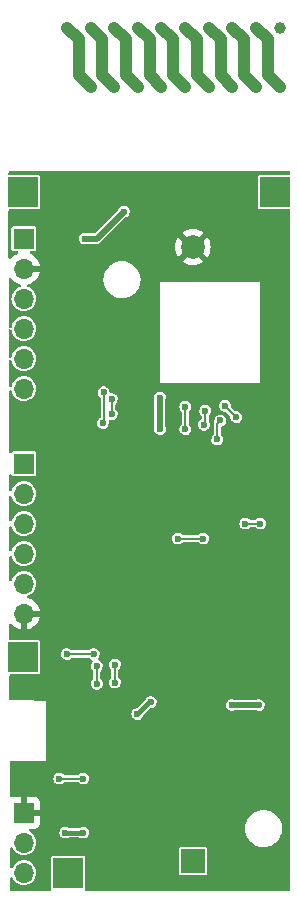
<source format=gbr>
%TF.GenerationSoftware,KiCad,Pcbnew,6.0.11-2627ca5db0~126~ubuntu22.04.1*%
%TF.CreationDate,2023-12-15T16:47:25+01:00*%
%TF.ProjectId,HB_TH_Sensor_SHT45_AllInOne_FUEL4EP,48425f54-485f-4536-956e-736f725f5348,1.1*%
%TF.SameCoordinates,Original*%
%TF.FileFunction,Copper,L2,Bot*%
%TF.FilePolarity,Positive*%
%FSLAX46Y46*%
G04 Gerber Fmt 4.6, Leading zero omitted, Abs format (unit mm)*
G04 Created by KiCad (PCBNEW 6.0.11-2627ca5db0~126~ubuntu22.04.1) date 2023-12-15 16:47:25*
%MOMM*%
%LPD*%
G01*
G04 APERTURE LIST*
%TA.AperFunction,EtchedComponent*%
%ADD10C,1.000000*%
%TD*%
%TA.AperFunction,ComponentPad*%
%ADD11C,1.000000*%
%TD*%
%TA.AperFunction,ComponentPad*%
%ADD12R,2.500000X2.500000*%
%TD*%
%TA.AperFunction,ComponentPad*%
%ADD13R,2.000000X2.000000*%
%TD*%
%TA.AperFunction,ComponentPad*%
%ADD14C,2.000000*%
%TD*%
%TA.AperFunction,ComponentPad*%
%ADD15R,1.700000X1.700000*%
%TD*%
%TA.AperFunction,ComponentPad*%
%ADD16O,1.700000X1.700000*%
%TD*%
%TA.AperFunction,ViaPad*%
%ADD17C,0.600000*%
%TD*%
%TA.AperFunction,Conductor*%
%ADD18C,0.500000*%
%TD*%
%TA.AperFunction,Conductor*%
%ADD19C,0.400000*%
%TD*%
%TA.AperFunction,Conductor*%
%ADD20C,0.200000*%
%TD*%
G04 APERTURE END LIST*
D10*
%TO.C,AE1*%
X20478000Y69745000D02*
X21478000Y68745000D01*
X12478000Y72745000D02*
X12478000Y69745000D01*
X18478000Y72745000D02*
X18478000Y69745000D01*
X22478000Y72745000D02*
X22478000Y69745000D01*
X16478000Y69745000D02*
X17478000Y68745000D01*
X19478000Y73745000D02*
X20478000Y72745000D01*
X13478000Y73745000D02*
X14478000Y72745000D01*
X5478000Y73745000D02*
X6478000Y72745000D01*
X20478000Y72745000D02*
X20478000Y69745000D01*
X14478000Y69745000D02*
X15478000Y68745000D01*
X14478000Y72745000D02*
X14478000Y69745000D01*
X8478000Y69745000D02*
X9478000Y68745000D01*
X7478000Y73745000D02*
X8478000Y72745000D01*
X9478000Y73745000D02*
X10478000Y72745000D01*
X17478000Y73745000D02*
X18478000Y72745000D01*
X16478000Y72745000D02*
X16478000Y69745000D01*
X10478000Y72745000D02*
X10478000Y69745000D01*
X21478000Y73745000D02*
X22478000Y72745000D01*
X8478000Y72745000D02*
X8478000Y69745000D01*
X10478000Y69745000D02*
X11478000Y68745000D01*
X18478000Y69745000D02*
X19478000Y68745000D01*
X11478000Y73745000D02*
X12478000Y72745000D01*
X22478000Y69745000D02*
X23478000Y68745000D01*
X15478000Y73745000D02*
X16478000Y72745000D01*
X6478000Y69745000D02*
X7478000Y68745000D01*
X12478000Y69745000D02*
X13478000Y68745000D01*
X6478000Y72745000D02*
X6478000Y69745000D01*
%TD*%
D11*
%TO.P,AE1,*%
%TO.N,*%
X21478000Y73745000D03*
X15478000Y73745000D03*
X9478000Y73745000D03*
X5478000Y73745000D03*
X13478000Y68745000D03*
X9478000Y68745000D03*
X19478000Y73745000D03*
X17478000Y73745000D03*
X11478000Y68745000D03*
X19478000Y68745000D03*
X13478000Y73745000D03*
X17478000Y68745000D03*
X11478000Y73745000D03*
X7478000Y68745000D03*
X15478000Y68745000D03*
X21478000Y68745000D03*
X7478000Y73745000D03*
X23478000Y73745000D03*
X23478000Y68745000D03*
%TD*%
D12*
%TO.P,H4,1*%
%TO.N,N/C*%
X1778000Y20447000D03*
%TD*%
%TO.P,H3,1*%
%TO.N,N/C*%
X5588000Y2175000D03*
%TD*%
%TO.P,H1,1*%
%TO.N,N/C*%
X23079000Y59817000D03*
%TD*%
%TO.P,H2,1*%
%TO.N,N/C*%
X1778000Y59817000D03*
%TD*%
D13*
%TO.P,BT1,1,+*%
%TO.N,/plusBAT*%
X16129000Y3175000D03*
D14*
%TO.P,BT1,2,-*%
%TO.N,GND*%
X16129000Y55165000D03*
%TD*%
D15*
%TO.P,J1,1,Pin_1*%
%TO.N,GND*%
X1828000Y7275000D03*
D16*
%TO.P,J1,2,Pin_2*%
%TO.N,/plusBAT*%
X1828000Y4735000D03*
%TO.P,J1,3,Pin_3*%
%TO.N,VCC*%
X1828000Y2195000D03*
%TD*%
D15*
%TO.P,J3,1,Pin_1*%
%TO.N,VCC*%
X1828000Y55880000D03*
D16*
%TO.P,J3,2,Pin_2*%
%TO.N,GND*%
X1828000Y53340000D03*
%TO.P,J3,3,Pin_3*%
%TO.N,/MOSI*%
X1828000Y50800000D03*
%TO.P,J3,4,Pin_4*%
%TO.N,/SCK*%
X1828000Y48260000D03*
%TO.P,J3,5,Pin_5*%
%TO.N,/MISO*%
X1828000Y45720000D03*
%TO.P,J3,6,Pin_6*%
%TO.N,/RSETB*%
X1828000Y43180000D03*
%TD*%
D15*
%TO.P,J2,1,Pin_1*%
%TO.N,/DTR*%
X1828000Y36830000D03*
D16*
%TO.P,J2,2,Pin_2*%
%TO.N,/TXD0*%
X1828000Y34290000D03*
%TO.P,J2,3,Pin_3*%
%TO.N,/RXD0*%
X1828000Y31750000D03*
%TO.P,J2,4,Pin_4*%
%TO.N,VCC*%
X1828000Y29210000D03*
%TO.P,J2,5,Pin_5*%
%TO.N,/CTS*%
X1828000Y26670000D03*
%TO.P,J2,6,Pin_6*%
%TO.N,GND*%
X1828000Y24130000D03*
%TD*%
D17*
%TO.N,GND*%
X20447000Y56388000D03*
X11049000Y27686000D03*
X10879000Y9863000D03*
X15367000Y22352000D03*
X9398000Y54864000D03*
X13462000Y35306000D03*
X14859000Y36195000D03*
X10922000Y26035000D03*
X22987000Y44323000D03*
X8128000Y34417000D03*
X19304000Y25146000D03*
X9525000Y11049000D03*
X15367000Y31242000D03*
X2667000Y9398000D03*
X8128000Y36068000D03*
X3556000Y39243000D03*
X18288000Y54356000D03*
X3683000Y52578000D03*
X11176000Y59055000D03*
X3556000Y23495000D03*
X22352000Y28067000D03*
X5842000Y16256000D03*
X10287000Y42291000D03*
X14478000Y11049000D03*
X7493000Y60579000D03*
X19304000Y56388000D03*
X6731000Y59563000D03*
X15494000Y11049000D03*
X11430000Y49276000D03*
X10160000Y47244000D03*
X14224000Y55372000D03*
X16383000Y17399000D03*
X7423413Y24868418D03*
X11176000Y56642000D03*
X14732000Y17399000D03*
X23368000Y16256000D03*
X10160000Y44831000D03*
X10541000Y11049000D03*
X19812000Y26797000D03*
X8128000Y37429500D03*
X4699000Y11303000D03*
X10287000Y39497000D03*
%TO.N,/SS*%
X19812000Y40767000D03*
X18859650Y41719350D03*
%TO.N,/D2*%
X21844000Y31750000D03*
X14859000Y30480000D03*
X20574000Y31750000D03*
X17018000Y30480000D03*
%TO.N,/SCL*%
X6858000Y10160000D03*
X8001000Y19685000D03*
X8014585Y18186000D03*
X4826000Y10160000D03*
%TO.N,/SDA*%
X7747000Y20701000D03*
X5461000Y20701000D03*
%TO.N,/MOSI*%
X17084154Y40115001D03*
X9271000Y41021000D03*
X9271000Y42291000D03*
X17182898Y41314001D03*
%TO.N,/SCK*%
X8572500Y42862500D03*
X18470037Y40481914D03*
X8509000Y40259000D03*
X18199227Y38883413D03*
%TO.N,/MISO*%
X15494000Y41656000D03*
X15494000Y39751000D03*
%TO.N,VCC*%
X12573000Y16637000D03*
X10287000Y58166000D03*
X6985000Y55880000D03*
X21717000Y16383000D03*
X19431000Y16383000D03*
X13337000Y39749000D03*
X11430000Y15621000D03*
X13335000Y42418000D03*
%TO.N,/plusBAT*%
X5334000Y5588000D03*
X6858000Y5588000D03*
%TO.N,/CONFIG*%
X9525000Y18288000D03*
X9525000Y19812000D03*
%TD*%
D18*
%TO.N,GND*%
X19304000Y26289000D02*
X19812000Y26797000D01*
X10922000Y26035000D02*
X10922000Y27559000D01*
X10287000Y39497000D02*
X10287000Y42291000D01*
X19304000Y25146000D02*
X19304000Y26289000D01*
X10922000Y27559000D02*
X11049000Y27686000D01*
X11176000Y56642000D02*
X9398000Y54864000D01*
D19*
X10160000Y44831000D02*
X10160000Y47244000D01*
D18*
X11176000Y56642000D02*
X11176000Y59055000D01*
X8128000Y36068000D02*
X8128000Y37429500D01*
X8128000Y36068000D02*
X8128000Y34417000D01*
D20*
%TO.N,/SS*%
X19812000Y40767000D02*
X18859650Y41719350D01*
%TO.N,/D2*%
X20574000Y31750000D02*
X21844000Y31750000D01*
X14859000Y30480000D02*
X17018000Y30480000D01*
%TO.N,/SCL*%
X8001000Y18199585D02*
X8014585Y18186000D01*
X8001000Y19685000D02*
X8001000Y18199585D01*
X4826000Y10160000D02*
X6858000Y10160000D01*
%TO.N,/SDA*%
X7747000Y20701000D02*
X5461000Y20701000D01*
%TO.N,/MOSI*%
X9271000Y41021000D02*
X9271000Y42291000D01*
X17084154Y40115001D02*
X17182898Y40213745D01*
X17182898Y40213745D02*
X17182898Y41314001D01*
%TO.N,/SCK*%
X8636000Y40386000D02*
X8509000Y40259000D01*
X18199227Y40211104D02*
X18470037Y40481914D01*
X18199227Y38883413D02*
X18199227Y40211104D01*
X8636000Y42799000D02*
X8636000Y40386000D01*
X8572500Y42862500D02*
X8636000Y42799000D01*
%TO.N,/MISO*%
X15494000Y39751000D02*
X15494000Y41656000D01*
D19*
%TO.N,VCC*%
X12446000Y16637000D02*
X12573000Y16637000D01*
X11430000Y15621000D02*
X12446000Y16637000D01*
D18*
X13335000Y39751000D02*
X13335000Y42418000D01*
X13337000Y39749000D02*
X13335000Y39751000D01*
X6985000Y55880000D02*
X8001000Y55880000D01*
X8001000Y55880000D02*
X10287000Y58166000D01*
X21717000Y16383000D02*
X19431000Y16383000D01*
D19*
%TO.N,/plusBAT*%
X6858000Y5588000D02*
X5334000Y5588000D01*
D20*
%TO.N,/CONFIG*%
X9525000Y19812000D02*
X9525000Y18288000D01*
%TD*%
%TA.AperFunction,Conductor*%
%TO.N,GND*%
G36*
X24326121Y61574998D02*
G01*
X24372614Y61521342D01*
X24384000Y61469000D01*
X24384000Y61393500D01*
X24363998Y61325379D01*
X24310342Y61278886D01*
X24258000Y61267500D01*
X21809252Y61267500D01*
X21803184Y61266293D01*
X21762939Y61258288D01*
X21762938Y61258288D01*
X21750769Y61255867D01*
X21684448Y61211552D01*
X21640133Y61145231D01*
X21628500Y61086748D01*
X21628500Y58547252D01*
X21640133Y58488769D01*
X21684448Y58422448D01*
X21750769Y58378133D01*
X21762938Y58375712D01*
X21762939Y58375712D01*
X21803184Y58367707D01*
X21809252Y58366500D01*
X24258000Y58366500D01*
X24326121Y58346498D01*
X24372614Y58292842D01*
X24384000Y58240500D01*
X24384000Y761000D01*
X24363998Y692879D01*
X24310342Y646386D01*
X24258000Y635000D01*
X7121097Y635000D01*
X7052976Y655002D01*
X7006483Y708658D01*
X6996379Y778932D01*
X7016333Y831004D01*
X7019974Y836452D01*
X7019975Y836455D01*
X7026867Y846769D01*
X7038500Y905252D01*
X7038500Y2155252D01*
X14928500Y2155252D01*
X14940133Y2096769D01*
X14984448Y2030448D01*
X15050769Y1986133D01*
X15062938Y1983712D01*
X15062939Y1983712D01*
X15103184Y1975707D01*
X15109252Y1974500D01*
X17148748Y1974500D01*
X17154816Y1975707D01*
X17195061Y1983712D01*
X17195062Y1983712D01*
X17207231Y1986133D01*
X17273552Y2030448D01*
X17317867Y2096769D01*
X17329500Y2155252D01*
X17329500Y4194748D01*
X17317867Y4253231D01*
X17273552Y4319552D01*
X17232073Y4347268D01*
X17217547Y4356974D01*
X17207231Y4363867D01*
X17195062Y4366288D01*
X17195061Y4366288D01*
X17154816Y4374293D01*
X17148748Y4375500D01*
X15109252Y4375500D01*
X15103184Y4374293D01*
X15062939Y4366288D01*
X15062938Y4366288D01*
X15050769Y4363867D01*
X15040453Y4356974D01*
X15025927Y4347268D01*
X14984448Y4319552D01*
X14940133Y4253231D01*
X14928500Y4194748D01*
X14928500Y2155252D01*
X7038500Y2155252D01*
X7038500Y3444748D01*
X7026867Y3503231D01*
X6982552Y3569552D01*
X6916231Y3613867D01*
X6904062Y3616288D01*
X6904061Y3616288D01*
X6863816Y3624293D01*
X6857748Y3625500D01*
X4318252Y3625500D01*
X4312184Y3624293D01*
X4271939Y3616288D01*
X4271938Y3616288D01*
X4259769Y3613867D01*
X4193448Y3569552D01*
X4149133Y3503231D01*
X4137500Y3444748D01*
X4137500Y905252D01*
X4149133Y846769D01*
X4156025Y836455D01*
X4156026Y836452D01*
X4159667Y831004D01*
X4180883Y763252D01*
X4162101Y694784D01*
X4109285Y647340D01*
X4054903Y635000D01*
X760738Y635000D01*
X692617Y655002D01*
X646124Y708658D01*
X634738Y760738D01*
X632779Y1701272D01*
X652639Y1769434D01*
X706198Y1816038D01*
X776451Y1826289D01*
X841093Y1796930D01*
X870845Y1759130D01*
X940712Y1623182D01*
X1068677Y1461730D01*
X1225564Y1328209D01*
X1405398Y1227703D01*
X1500238Y1196887D01*
X1595471Y1165944D01*
X1595475Y1165943D01*
X1601329Y1164041D01*
X1805894Y1139649D01*
X1812029Y1140121D01*
X1812031Y1140121D01*
X1868039Y1144431D01*
X2011300Y1155454D01*
X2017230Y1157110D01*
X2017232Y1157110D01*
X2203797Y1209200D01*
X2203796Y1209200D01*
X2209725Y1210855D01*
X2215214Y1213628D01*
X2215220Y1213630D01*
X2388116Y1300967D01*
X2393610Y1303742D01*
X2555951Y1430576D01*
X2690564Y1586528D01*
X2711387Y1623182D01*
X2755748Y1701272D01*
X2792323Y1765656D01*
X2857351Y1961137D01*
X2883171Y2165526D01*
X2883583Y2195000D01*
X2863480Y2400030D01*
X2803935Y2597251D01*
X2707218Y2779151D01*
X2633859Y2869098D01*
X2580906Y2934025D01*
X2580903Y2934028D01*
X2577011Y2938800D01*
X2559786Y2953050D01*
X2423025Y3066189D01*
X2423021Y3066191D01*
X2418275Y3070118D01*
X2237055Y3168103D01*
X2040254Y3229023D01*
X2034129Y3229667D01*
X2034128Y3229667D01*
X1841498Y3249913D01*
X1841496Y3249913D01*
X1835369Y3250557D01*
X1748529Y3242654D01*
X1636342Y3232445D01*
X1636339Y3232444D01*
X1630203Y3231886D01*
X1432572Y3173720D01*
X1250002Y3078274D01*
X1245201Y3074414D01*
X1245198Y3074412D01*
X1234971Y3066189D01*
X1089447Y2949185D01*
X957024Y2791370D01*
X954056Y2785972D01*
X954053Y2785967D01*
X867137Y2627866D01*
X816791Y2577807D01*
X747374Y2562914D01*
X680925Y2587915D01*
X638541Y2644872D01*
X630722Y2688304D01*
X630519Y2785967D01*
X627465Y4251610D01*
X647325Y4319772D01*
X700884Y4366376D01*
X771137Y4376627D01*
X835779Y4347268D01*
X865531Y4309466D01*
X937892Y4168667D01*
X937897Y4168659D01*
X940712Y4163182D01*
X1068677Y4001730D01*
X1225564Y3868209D01*
X1405398Y3767703D01*
X1500238Y3736887D01*
X1595471Y3705944D01*
X1595475Y3705943D01*
X1601329Y3704041D01*
X1805894Y3679649D01*
X1812029Y3680121D01*
X1812031Y3680121D01*
X1868039Y3684431D01*
X2011300Y3695454D01*
X2017230Y3697110D01*
X2017232Y3697110D01*
X2203797Y3749200D01*
X2203796Y3749200D01*
X2209725Y3750855D01*
X2215214Y3753628D01*
X2215220Y3753630D01*
X2388116Y3840967D01*
X2393610Y3843742D01*
X2555951Y3970576D01*
X2690564Y4126528D01*
X2711387Y4163182D01*
X2729318Y4194748D01*
X2792323Y4305656D01*
X2857351Y4501137D01*
X2883171Y4705526D01*
X2883583Y4735000D01*
X2863480Y4940030D01*
X2803935Y5137251D01*
X2707218Y5319151D01*
X2619922Y5426186D01*
X2580906Y5474025D01*
X2580903Y5474028D01*
X2577011Y5478800D01*
X2570173Y5484457D01*
X2437545Y5594177D01*
X4828391Y5594177D01*
X4829555Y5585275D01*
X4829555Y5585272D01*
X4830814Y5575646D01*
X4846980Y5452021D01*
X4904720Y5320797D01*
X4910497Y5313924D01*
X4910498Y5313923D01*
X4991190Y5217928D01*
X4996970Y5211052D01*
X5004447Y5206075D01*
X5107839Y5137251D01*
X5116313Y5131610D01*
X5253157Y5088858D01*
X5262129Y5088694D01*
X5262132Y5088693D01*
X5327463Y5087496D01*
X5396499Y5086230D01*
X5405533Y5088693D01*
X5526155Y5121578D01*
X5526158Y5121579D01*
X5534817Y5123940D01*
X5542467Y5128637D01*
X5542469Y5128638D01*
X5608001Y5168875D01*
X5673929Y5187500D01*
X6518249Y5187500D01*
X6588068Y5166387D01*
X6632836Y5136587D01*
X6640313Y5131610D01*
X6777157Y5088858D01*
X6786129Y5088694D01*
X6786132Y5088693D01*
X6851463Y5087496D01*
X6920499Y5086230D01*
X6929533Y5088693D01*
X7050158Y5121579D01*
X7050160Y5121580D01*
X7058817Y5123940D01*
X7180991Y5198955D01*
X7277200Y5305246D01*
X7339710Y5434267D01*
X7363496Y5575646D01*
X7363647Y5588000D01*
X7343323Y5729918D01*
X7283984Y5860428D01*
X7275726Y5870012D01*
X20549351Y5870012D01*
X20549932Y5864992D01*
X20549932Y5864988D01*
X20552437Y5843342D01*
X20578398Y5618963D01*
X20579777Y5614089D01*
X20579778Y5614085D01*
X20619411Y5474025D01*
X20647210Y5375787D01*
X20649344Y5371212D01*
X20649346Y5371205D01*
X20683206Y5298593D01*
X20754016Y5146741D01*
X20756857Y5142561D01*
X20756859Y5142557D01*
X20780195Y5108219D01*
X20896068Y4937717D01*
X21069712Y4754094D01*
X21270480Y4600596D01*
X21493206Y4481171D01*
X21497987Y4479525D01*
X21497991Y4479523D01*
X21641986Y4429942D01*
X21732162Y4398892D01*
X21837407Y4380713D01*
X21977288Y4356551D01*
X21977294Y4356550D01*
X21981198Y4355876D01*
X21985159Y4355696D01*
X21985160Y4355696D01*
X22010079Y4354564D01*
X22010098Y4354564D01*
X22011498Y4354500D01*
X22187500Y4354500D01*
X22190008Y4354702D01*
X22190013Y4354702D01*
X22370869Y4369253D01*
X22370874Y4369254D01*
X22375910Y4369659D01*
X22380818Y4370865D01*
X22380821Y4370865D01*
X22616426Y4428735D01*
X22616429Y4428736D01*
X22621339Y4429942D01*
X22738144Y4479523D01*
X22849305Y4526708D01*
X22849310Y4526711D01*
X22853973Y4528690D01*
X23067827Y4663360D01*
X23174921Y4757776D01*
X23253605Y4827146D01*
X23257398Y4830490D01*
X23277153Y4854540D01*
X23414598Y5021868D01*
X23414601Y5021872D01*
X23417810Y5025779D01*
X23544935Y5244202D01*
X23635504Y5480140D01*
X23654455Y5570851D01*
X23686150Y5722570D01*
X23687185Y5727524D01*
X23687563Y5735837D01*
X23693885Y5875066D01*
X23698649Y5979988D01*
X23689772Y6056715D01*
X23670184Y6226004D01*
X23669602Y6231037D01*
X23643679Y6322649D01*
X23602168Y6469344D01*
X23602167Y6469346D01*
X23600790Y6474213D01*
X23598656Y6478788D01*
X23598654Y6478795D01*
X23496120Y6698678D01*
X23493984Y6703259D01*
X23351932Y6912283D01*
X23178288Y7095906D01*
X22977520Y7249404D01*
X22754794Y7368829D01*
X22750013Y7370475D01*
X22750009Y7370477D01*
X22520627Y7449459D01*
X22515838Y7451108D01*
X22410593Y7469287D01*
X22270712Y7493449D01*
X22270706Y7493450D01*
X22266802Y7494124D01*
X22262841Y7494304D01*
X22262840Y7494304D01*
X22237921Y7495436D01*
X22237902Y7495436D01*
X22236502Y7495500D01*
X22060500Y7495500D01*
X22057992Y7495298D01*
X22057987Y7495298D01*
X21877131Y7480747D01*
X21877126Y7480746D01*
X21872090Y7480341D01*
X21867182Y7479135D01*
X21867179Y7479135D01*
X21631574Y7421265D01*
X21631571Y7421264D01*
X21626661Y7420058D01*
X21622002Y7418080D01*
X21622001Y7418080D01*
X21398695Y7323292D01*
X21398690Y7323289D01*
X21394027Y7321310D01*
X21180173Y7186640D01*
X21176382Y7183298D01*
X21176381Y7183297D01*
X21014980Y7041002D01*
X20990602Y7019510D01*
X20987392Y7015602D01*
X20833402Y6828132D01*
X20833399Y6828128D01*
X20830190Y6824221D01*
X20703065Y6605798D01*
X20612496Y6369860D01*
X20611463Y6364914D01*
X20611461Y6364908D01*
X20583494Y6231037D01*
X20560815Y6122476D01*
X20560586Y6117427D01*
X20560585Y6117421D01*
X20555652Y6008768D01*
X20549351Y5870012D01*
X7275726Y5870012D01*
X7235238Y5917000D01*
X7196260Y5962237D01*
X7196257Y5962240D01*
X7190400Y5969037D01*
X7070095Y6047015D01*
X6932739Y6088093D01*
X6923763Y6088148D01*
X6923762Y6088148D01*
X6863555Y6088516D01*
X6789376Y6088969D01*
X6651529Y6049572D01*
X6643941Y6044785D01*
X6643940Y6044784D01*
X6585543Y6007938D01*
X6518308Y5988500D01*
X5673636Y5988500D01*
X5605104Y6008768D01*
X5553629Y6042132D01*
X5553627Y6042133D01*
X5546095Y6047015D01*
X5537498Y6049586D01*
X5537496Y6049587D01*
X5455194Y6074200D01*
X5408739Y6088093D01*
X5399763Y6088148D01*
X5399762Y6088148D01*
X5339555Y6088516D01*
X5265376Y6088969D01*
X5127529Y6049572D01*
X5006280Y5973070D01*
X5000338Y5966342D01*
X5000337Y5966341D01*
X4987020Y5951262D01*
X4911377Y5865612D01*
X4850447Y5735837D01*
X4846189Y5708488D01*
X4831491Y5614085D01*
X4828391Y5594177D01*
X2437545Y5594177D01*
X2423025Y5606189D01*
X2423021Y5606191D01*
X2418275Y5610118D01*
X2290255Y5679338D01*
X2288726Y5680165D01*
X2238317Y5730160D01*
X2222940Y5799471D01*
X2247476Y5866093D01*
X2304136Y5908874D01*
X2348655Y5917001D01*
X2722669Y5917001D01*
X2729490Y5917371D01*
X2780352Y5922895D01*
X2795604Y5926521D01*
X2916054Y5971676D01*
X2931649Y5980214D01*
X3033724Y6056715D01*
X3046285Y6069276D01*
X3122786Y6171351D01*
X3131324Y6186946D01*
X3176478Y6307394D01*
X3180105Y6322649D01*
X3185631Y6373514D01*
X3186000Y6380328D01*
X3186000Y7002885D01*
X3181525Y7018124D01*
X3180135Y7019329D01*
X3172452Y7021000D01*
X1700000Y7021000D01*
X1631879Y7041002D01*
X1585386Y7094658D01*
X1574000Y7147000D01*
X1574000Y7547115D01*
X2082000Y7547115D01*
X2086475Y7531876D01*
X2087865Y7530671D01*
X2095548Y7529000D01*
X3167884Y7529000D01*
X3183123Y7533475D01*
X3184328Y7534865D01*
X3185999Y7542548D01*
X3185999Y8169669D01*
X3185629Y8176490D01*
X3180105Y8227352D01*
X3176479Y8242604D01*
X3131324Y8363054D01*
X3122786Y8378649D01*
X3046285Y8480724D01*
X3033724Y8493285D01*
X2931649Y8569786D01*
X2916054Y8578324D01*
X2795606Y8623478D01*
X2780351Y8627105D01*
X2729486Y8632631D01*
X2722672Y8633000D01*
X2100115Y8633000D01*
X2084876Y8628525D01*
X2083671Y8627135D01*
X2082000Y8619452D01*
X2082000Y7547115D01*
X1574000Y7547115D01*
X1574000Y8614884D01*
X1569525Y8630123D01*
X1568135Y8631328D01*
X1560452Y8632999D01*
X933331Y8632999D01*
X926510Y8632629D01*
X875648Y8627105D01*
X860396Y8623479D01*
X788398Y8596488D01*
X717591Y8591305D01*
X655222Y8625226D01*
X621092Y8687481D01*
X618168Y8714208D01*
X615143Y10166177D01*
X4320391Y10166177D01*
X4321555Y10157275D01*
X4321555Y10157272D01*
X4322814Y10147646D01*
X4338980Y10024021D01*
X4396720Y9892797D01*
X4402497Y9885924D01*
X4402498Y9885923D01*
X4409792Y9877246D01*
X4488970Y9783052D01*
X4608313Y9703610D01*
X4745157Y9660858D01*
X4754129Y9660694D01*
X4754132Y9660693D01*
X4819463Y9659496D01*
X4888499Y9658230D01*
X4897533Y9660693D01*
X5018158Y9693579D01*
X5018160Y9693580D01*
X5026817Y9695940D01*
X5148991Y9770955D01*
X5166162Y9789925D01*
X5191623Y9818054D01*
X5252166Y9855136D01*
X5285039Y9859500D01*
X6398021Y9859500D01*
X6466142Y9839498D01*
X6494470Y9814578D01*
X6520970Y9783052D01*
X6640313Y9703610D01*
X6777157Y9660858D01*
X6786129Y9660694D01*
X6786132Y9660693D01*
X6851463Y9659496D01*
X6920499Y9658230D01*
X6929533Y9660693D01*
X7050158Y9693579D01*
X7050160Y9693580D01*
X7058817Y9695940D01*
X7180991Y9770955D01*
X7277200Y9877246D01*
X7339710Y10006267D01*
X7363496Y10147646D01*
X7363647Y10160000D01*
X7343323Y10301918D01*
X7283984Y10432428D01*
X7265598Y10453766D01*
X7196260Y10534237D01*
X7196257Y10534240D01*
X7190400Y10541037D01*
X7070095Y10619015D01*
X6932739Y10660093D01*
X6923763Y10660148D01*
X6923762Y10660148D01*
X6863555Y10660516D01*
X6789376Y10660969D01*
X6651529Y10621572D01*
X6530280Y10545070D01*
X6494232Y10504252D01*
X6493208Y10503093D01*
X6433123Y10465275D01*
X6398766Y10460500D01*
X5285549Y10460500D01*
X5217428Y10480502D01*
X5190096Y10504252D01*
X5164259Y10534237D01*
X5158400Y10541037D01*
X5038095Y10619015D01*
X4900739Y10660093D01*
X4891763Y10660148D01*
X4891762Y10660148D01*
X4831555Y10660516D01*
X4757376Y10660969D01*
X4619529Y10621572D01*
X4498280Y10545070D01*
X4403377Y10437612D01*
X4342447Y10307837D01*
X4320391Y10166177D01*
X615143Y10166177D01*
X612266Y11547238D01*
X632126Y11615400D01*
X685685Y11662004D01*
X738266Y11673500D01*
X2664912Y11673500D01*
X2667000Y11672635D01*
X2669088Y11673500D01*
X2675036Y11675964D01*
X2675053Y11676004D01*
X2676958Y11676313D01*
X2679724Y11677125D01*
X2679944Y11676376D01*
X2680750Y11676290D01*
X2719499Y11684000D01*
X3683000Y11684000D01*
X3683000Y15627177D01*
X10924391Y15627177D01*
X10942980Y15485021D01*
X11000720Y15353797D01*
X11006497Y15346924D01*
X11006498Y15346923D01*
X11013792Y15338246D01*
X11092970Y15244052D01*
X11212313Y15164610D01*
X11349157Y15121858D01*
X11358129Y15121694D01*
X11358132Y15121693D01*
X11423463Y15120496D01*
X11492499Y15119230D01*
X11501533Y15121693D01*
X11622158Y15154579D01*
X11622160Y15154580D01*
X11630817Y15156940D01*
X11752991Y15231955D01*
X11849200Y15338246D01*
X11911710Y15467267D01*
X11918996Y15510572D01*
X11954155Y15578762D01*
X12475006Y16099613D01*
X12537318Y16133639D01*
X12566407Y16136497D01*
X12635499Y16135230D01*
X12692691Y16150822D01*
X12765158Y16170579D01*
X12765160Y16170580D01*
X12773817Y16172940D01*
X12895991Y16247955D01*
X12992200Y16354246D01*
X13009124Y16389177D01*
X18925391Y16389177D01*
X18926555Y16380275D01*
X18926555Y16380272D01*
X18930829Y16347593D01*
X18943980Y16247021D01*
X18947597Y16238801D01*
X18995911Y16129000D01*
X19001720Y16115797D01*
X19007497Y16108924D01*
X19007498Y16108923D01*
X19029648Y16082572D01*
X19093970Y16006052D01*
X19101447Y16001075D01*
X19204465Y15932500D01*
X19213313Y15926610D01*
X19350157Y15883858D01*
X19359129Y15883694D01*
X19359132Y15883693D01*
X19424463Y15882496D01*
X19493499Y15881230D01*
X19502533Y15883693D01*
X19623155Y15916578D01*
X19623158Y15916579D01*
X19631817Y15918940D01*
X19637546Y15922458D01*
X19686042Y15932500D01*
X21461411Y15932500D01*
X21498528Y15924098D01*
X21499313Y15926610D01*
X21636157Y15883858D01*
X21645129Y15883694D01*
X21645132Y15883693D01*
X21710463Y15882496D01*
X21779499Y15881230D01*
X21788533Y15883693D01*
X21909158Y15916579D01*
X21909160Y15916580D01*
X21917817Y15918940D01*
X22039991Y15993955D01*
X22136200Y16100246D01*
X22198710Y16229267D01*
X22222496Y16370646D01*
X22222647Y16383000D01*
X22202323Y16524918D01*
X22142984Y16655428D01*
X22065041Y16745885D01*
X22055260Y16757237D01*
X22055257Y16757240D01*
X22049400Y16764037D01*
X21929095Y16842015D01*
X21791739Y16883093D01*
X21782763Y16883148D01*
X21782762Y16883148D01*
X21722555Y16883516D01*
X21648376Y16883969D01*
X21510529Y16844572D01*
X21508824Y16843496D01*
X21461996Y16833500D01*
X19686192Y16833500D01*
X19643364Y16842916D01*
X19643095Y16842015D01*
X19505739Y16883093D01*
X19496763Y16883148D01*
X19496762Y16883148D01*
X19436555Y16883516D01*
X19362376Y16883969D01*
X19224529Y16844572D01*
X19103280Y16768070D01*
X19097338Y16761342D01*
X19097337Y16761341D01*
X19093713Y16757237D01*
X19008377Y16660612D01*
X18947447Y16530837D01*
X18925391Y16389177D01*
X13009124Y16389177D01*
X13054710Y16483267D01*
X13078496Y16624646D01*
X13078647Y16637000D01*
X13061963Y16753500D01*
X13059596Y16770032D01*
X13059595Y16770035D01*
X13058323Y16778918D01*
X13051238Y16794502D01*
X13031856Y16837129D01*
X12998984Y16909428D01*
X12980598Y16930766D01*
X12911260Y17011237D01*
X12911257Y17011240D01*
X12905400Y17018037D01*
X12785095Y17096015D01*
X12647739Y17137093D01*
X12638763Y17137148D01*
X12638762Y17137148D01*
X12578555Y17137516D01*
X12504376Y17137969D01*
X12366529Y17098572D01*
X12245280Y17022070D01*
X12150377Y16914612D01*
X12147293Y16908043D01*
X12132586Y16889979D01*
X11388940Y16146333D01*
X11334471Y16114279D01*
X11223529Y16082572D01*
X11102280Y16006070D01*
X11007377Y15898612D01*
X10946447Y15768837D01*
X10924391Y15627177D01*
X3683000Y15627177D01*
X3683000Y16764000D01*
X2719499Y16764000D01*
X2701857Y16767510D01*
X2701748Y16766494D01*
X2676193Y16769243D01*
X2675036Y16772036D01*
X2669088Y16774500D01*
X2667000Y16775365D01*
X2664912Y16774500D01*
X727114Y16774500D01*
X658993Y16794502D01*
X612500Y16848158D01*
X601114Y16900238D01*
X600859Y17022920D01*
X597010Y18870238D01*
X616870Y18938400D01*
X670429Y18985004D01*
X723010Y18996500D01*
X3047748Y18996500D01*
X3053816Y18997707D01*
X3094061Y19005712D01*
X3094062Y19005712D01*
X3106231Y19008133D01*
X3172552Y19052448D01*
X3216867Y19118769D01*
X3228500Y19177252D01*
X3228500Y20707177D01*
X4955391Y20707177D01*
X4956555Y20698275D01*
X4956555Y20698272D01*
X4957814Y20688646D01*
X4973980Y20565021D01*
X5031720Y20433797D01*
X5037497Y20426924D01*
X5037498Y20426923D01*
X5044792Y20418246D01*
X5123970Y20324052D01*
X5243313Y20244610D01*
X5380157Y20201858D01*
X5389129Y20201694D01*
X5389132Y20201693D01*
X5454463Y20200496D01*
X5523499Y20199230D01*
X5532533Y20201693D01*
X5653158Y20234579D01*
X5653160Y20234580D01*
X5661817Y20236940D01*
X5783991Y20311955D01*
X5794941Y20324052D01*
X5826623Y20359054D01*
X5887166Y20396136D01*
X5920039Y20400500D01*
X7287021Y20400500D01*
X7355142Y20380498D01*
X7383470Y20355578D01*
X7409970Y20324052D01*
X7529313Y20244610D01*
X7577413Y20229583D01*
X7636467Y20190179D01*
X7664845Y20125101D01*
X7653533Y20055011D01*
X7634279Y20025910D01*
X7578377Y19962612D01*
X7517447Y19832837D01*
X7495391Y19691177D01*
X7496555Y19682275D01*
X7496555Y19682272D01*
X7498537Y19667119D01*
X7513980Y19549021D01*
X7571720Y19417797D01*
X7577497Y19410924D01*
X7577498Y19410923D01*
X7578993Y19409145D01*
X7658689Y19314335D01*
X7663970Y19308052D01*
X7663063Y19307290D01*
X7695934Y19254347D01*
X7700500Y19220735D01*
X7700500Y18634183D01*
X7680498Y18566062D01*
X7668942Y18550776D01*
X7591962Y18463612D01*
X7531032Y18333837D01*
X7508976Y18192177D01*
X7510140Y18183275D01*
X7510140Y18183272D01*
X7517605Y18126186D01*
X7527565Y18050021D01*
X7585305Y17918797D01*
X7591082Y17911924D01*
X7591083Y17911923D01*
X7598377Y17903246D01*
X7677555Y17809052D01*
X7796898Y17729610D01*
X7933742Y17686858D01*
X7942714Y17686694D01*
X7942717Y17686693D01*
X8008048Y17685496D01*
X8077084Y17684230D01*
X8086118Y17686693D01*
X8206743Y17719579D01*
X8206745Y17719580D01*
X8215402Y17721940D01*
X8337576Y17796955D01*
X8362002Y17823940D01*
X8427763Y17896593D01*
X8433785Y17903246D01*
X8479980Y17998593D01*
X8492380Y18024186D01*
X8492380Y18024187D01*
X8496295Y18032267D01*
X8520081Y18173646D01*
X8520232Y18186000D01*
X8506698Y18280507D01*
X8504740Y18294177D01*
X9019391Y18294177D01*
X9020555Y18285275D01*
X9020555Y18285272D01*
X9021814Y18275646D01*
X9037980Y18152021D01*
X9095720Y18020797D01*
X9101497Y18013924D01*
X9101498Y18013923D01*
X9108792Y18005246D01*
X9187970Y17911052D01*
X9307313Y17831610D01*
X9444157Y17788858D01*
X9453129Y17788694D01*
X9453132Y17788693D01*
X9518463Y17787496D01*
X9587499Y17786230D01*
X9596533Y17788693D01*
X9717158Y17821579D01*
X9717160Y17821580D01*
X9725817Y17823940D01*
X9847991Y17898955D01*
X9944200Y18005246D01*
X10006710Y18134267D01*
X10030496Y18275646D01*
X10030647Y18288000D01*
X10010323Y18429918D01*
X9950984Y18560428D01*
X9857400Y18669037D01*
X9859932Y18671219D01*
X9830491Y18717355D01*
X9825500Y18752465D01*
X9825500Y19349551D01*
X9845502Y19417672D01*
X9858085Y19434106D01*
X9938176Y19522589D01*
X9938181Y19522596D01*
X9944200Y19529246D01*
X10006710Y19658267D01*
X10030496Y19799646D01*
X10030647Y19812000D01*
X10010323Y19953918D01*
X9950984Y20084428D01*
X9915938Y20125101D01*
X9863260Y20186237D01*
X9863257Y20186240D01*
X9857400Y20193037D01*
X9737095Y20271015D01*
X9599739Y20312093D01*
X9590763Y20312148D01*
X9590762Y20312148D01*
X9530555Y20312516D01*
X9456376Y20312969D01*
X9318529Y20273572D01*
X9197280Y20197070D01*
X9102377Y20089612D01*
X9041447Y19959837D01*
X9039142Y19945032D01*
X9021674Y19832837D01*
X9019391Y19818177D01*
X9020555Y19809275D01*
X9020555Y19809272D01*
X9021814Y19799646D01*
X9037980Y19676021D01*
X9095720Y19544797D01*
X9101497Y19537924D01*
X9101498Y19537923D01*
X9107093Y19531267D01*
X9182689Y19441335D01*
X9187970Y19435052D01*
X9187063Y19434290D01*
X9219934Y19381347D01*
X9224500Y19347735D01*
X9224500Y18751565D01*
X9204498Y18683444D01*
X9192943Y18668159D01*
X9102377Y18565612D01*
X9041447Y18435837D01*
X9040066Y18426965D01*
X9023261Y18319032D01*
X9019391Y18294177D01*
X8504740Y18294177D01*
X8501181Y18319032D01*
X8501180Y18319035D01*
X8499908Y18327918D01*
X8440569Y18458428D01*
X8346985Y18567037D01*
X8343399Y18569361D01*
X8306487Y18627220D01*
X8301500Y18662316D01*
X8301500Y19222551D01*
X8321502Y19290672D01*
X8334085Y19307106D01*
X8414176Y19395589D01*
X8414181Y19395596D01*
X8420200Y19402246D01*
X8482710Y19531267D01*
X8506496Y19672646D01*
X8506647Y19685000D01*
X8498473Y19742076D01*
X8487596Y19818032D01*
X8487595Y19818035D01*
X8486323Y19826918D01*
X8426984Y19957428D01*
X8342901Y20055011D01*
X8339260Y20059237D01*
X8339257Y20059240D01*
X8333400Y20066037D01*
X8213095Y20144015D01*
X8172174Y20156253D01*
X8112640Y20194934D01*
X8083470Y20259661D01*
X8093924Y20329884D01*
X8114860Y20361525D01*
X8160176Y20411589D01*
X8160181Y20411596D01*
X8166200Y20418246D01*
X8228710Y20547267D01*
X8252496Y20688646D01*
X8252647Y20701000D01*
X8232323Y20842918D01*
X8172984Y20973428D01*
X8154598Y20994766D01*
X8085260Y21075237D01*
X8085257Y21075240D01*
X8079400Y21082037D01*
X7959095Y21160015D01*
X7821739Y21201093D01*
X7812763Y21201148D01*
X7812762Y21201148D01*
X7752555Y21201516D01*
X7678376Y21201969D01*
X7540529Y21162572D01*
X7419280Y21086070D01*
X7383232Y21045252D01*
X7382208Y21044093D01*
X7322123Y21006275D01*
X7287766Y21001500D01*
X5920549Y21001500D01*
X5852428Y21021502D01*
X5825096Y21045252D01*
X5799259Y21075237D01*
X5793400Y21082037D01*
X5673095Y21160015D01*
X5535739Y21201093D01*
X5526763Y21201148D01*
X5526762Y21201148D01*
X5466555Y21201516D01*
X5392376Y21201969D01*
X5254529Y21162572D01*
X5133280Y21086070D01*
X5038377Y20978612D01*
X4977447Y20848837D01*
X4955391Y20707177D01*
X3228500Y20707177D01*
X3228500Y21716748D01*
X3216867Y21775231D01*
X3172552Y21841552D01*
X3106231Y21885867D01*
X3094062Y21888288D01*
X3094061Y21888288D01*
X3053816Y21896293D01*
X3047748Y21897500D01*
X716441Y21897500D01*
X648320Y21917502D01*
X601827Y21971158D01*
X590441Y22023238D01*
X588096Y23149010D01*
X607956Y23217172D01*
X661515Y23263776D01*
X731768Y23274027D01*
X796410Y23244668D01*
X809334Y23231769D01*
X871219Y23160326D01*
X878580Y23153117D01*
X1042434Y23017084D01*
X1050881Y23011169D01*
X1234756Y22903721D01*
X1244042Y22899271D01*
X1443001Y22823297D01*
X1452899Y22820421D01*
X1556250Y22799394D01*
X1570299Y22800590D01*
X1574000Y22810935D01*
X1574000Y22811483D01*
X2082000Y22811483D01*
X2086064Y22797641D01*
X2099478Y22795607D01*
X2106184Y22796466D01*
X2116262Y22798608D01*
X2320255Y22859809D01*
X2329842Y22863567D01*
X2521095Y22957261D01*
X2529945Y22962536D01*
X2703328Y23086208D01*
X2711200Y23092861D01*
X2862052Y23243188D01*
X2868730Y23251035D01*
X2993003Y23423980D01*
X2998313Y23432817D01*
X3092670Y23623733D01*
X3096469Y23633328D01*
X3158377Y23837090D01*
X3160555Y23847163D01*
X3161986Y23858038D01*
X3159775Y23872222D01*
X3146617Y23876000D01*
X2100115Y23876000D01*
X2084876Y23871525D01*
X2083671Y23870135D01*
X2082000Y23862452D01*
X2082000Y22811483D01*
X1574000Y22811483D01*
X1574000Y24258000D01*
X1594002Y24326121D01*
X1647658Y24372614D01*
X1700000Y24384000D01*
X3146344Y24384000D01*
X3159875Y24387973D01*
X3161180Y24397053D01*
X3119214Y24564125D01*
X3115894Y24573876D01*
X3030972Y24769186D01*
X3026105Y24778261D01*
X2910426Y24957074D01*
X2904136Y24965243D01*
X2760806Y25122760D01*
X2753273Y25129785D01*
X2586139Y25261778D01*
X2577552Y25267483D01*
X2391117Y25370401D01*
X2381705Y25374631D01*
X2190031Y25442507D01*
X2132495Y25484101D01*
X2106579Y25550199D01*
X2120513Y25619815D01*
X2169872Y25670846D01*
X2198206Y25682638D01*
X2203790Y25684197D01*
X2203799Y25684200D01*
X2209725Y25685855D01*
X2215214Y25688628D01*
X2215220Y25688630D01*
X2388116Y25775967D01*
X2393610Y25778742D01*
X2555951Y25905576D01*
X2690564Y26061528D01*
X2711387Y26098182D01*
X2789276Y26235293D01*
X2792323Y26240656D01*
X2857351Y26436137D01*
X2883171Y26640526D01*
X2883583Y26670000D01*
X2863480Y26875030D01*
X2803935Y27072251D01*
X2707218Y27254151D01*
X2633859Y27344098D01*
X2580906Y27409025D01*
X2580903Y27409028D01*
X2577011Y27413800D01*
X2559786Y27428050D01*
X2423025Y27541189D01*
X2423021Y27541191D01*
X2418275Y27545118D01*
X2237055Y27643103D01*
X2040254Y27704023D01*
X2034129Y27704667D01*
X2034128Y27704667D01*
X1841498Y27724913D01*
X1841496Y27724913D01*
X1835369Y27725557D01*
X1748529Y27717654D01*
X1636342Y27707445D01*
X1636339Y27707444D01*
X1630203Y27706886D01*
X1432572Y27648720D01*
X1250002Y27553274D01*
X1245201Y27549414D01*
X1245198Y27549412D01*
X1234971Y27541189D01*
X1089447Y27424185D01*
X957024Y27266370D01*
X954056Y27260972D01*
X954053Y27260967D01*
X947315Y27248710D01*
X857776Y27085838D01*
X855913Y27079965D01*
X826125Y26986060D01*
X786462Y26927176D01*
X721260Y26899083D01*
X651220Y26910700D01*
X598580Y26958340D01*
X580023Y27023895D01*
X579555Y27248710D01*
X576182Y28867480D01*
X596042Y28935642D01*
X649601Y28982246D01*
X719854Y28992497D01*
X784496Y28963138D01*
X823301Y28902472D01*
X846544Y28821414D01*
X849359Y28815937D01*
X849360Y28815934D01*
X870247Y28775293D01*
X940712Y28638182D01*
X1068677Y28476730D01*
X1225564Y28343209D01*
X1405398Y28242703D01*
X1500238Y28211887D01*
X1595471Y28180944D01*
X1595475Y28180943D01*
X1601329Y28179041D01*
X1805894Y28154649D01*
X1812029Y28155121D01*
X1812031Y28155121D01*
X1868039Y28159431D01*
X2011300Y28170454D01*
X2017230Y28172110D01*
X2017232Y28172110D01*
X2203797Y28224200D01*
X2203796Y28224200D01*
X2209725Y28225855D01*
X2215214Y28228628D01*
X2215220Y28228630D01*
X2388116Y28315967D01*
X2393610Y28318742D01*
X2555951Y28445576D01*
X2690564Y28601528D01*
X2711387Y28638182D01*
X2789276Y28775293D01*
X2792323Y28780656D01*
X2857351Y28976137D01*
X2883171Y29180526D01*
X2883583Y29210000D01*
X2863480Y29415030D01*
X2803935Y29612251D01*
X2707218Y29794151D01*
X2633859Y29884098D01*
X2580906Y29949025D01*
X2580903Y29949028D01*
X2577011Y29953800D01*
X2559786Y29968050D01*
X2423025Y30081189D01*
X2423021Y30081191D01*
X2418275Y30085118D01*
X2237055Y30183103D01*
X2040254Y30244023D01*
X2034129Y30244667D01*
X2034128Y30244667D01*
X1841498Y30264913D01*
X1841496Y30264913D01*
X1835369Y30265557D01*
X1748529Y30257654D01*
X1636342Y30247445D01*
X1636339Y30247444D01*
X1630203Y30246886D01*
X1432572Y30188720D01*
X1250002Y30093274D01*
X1245201Y30089414D01*
X1245198Y30089412D01*
X1094254Y29968050D01*
X1089447Y29964185D01*
X957024Y29806370D01*
X954056Y29800972D01*
X954053Y29800967D01*
X947315Y29788710D01*
X857776Y29625838D01*
X855913Y29619965D01*
X820868Y29509488D01*
X781205Y29450604D01*
X716003Y29422511D01*
X645963Y29434128D01*
X593323Y29481768D01*
X574766Y29547324D01*
X574217Y29811097D01*
X572810Y30486177D01*
X14353391Y30486177D01*
X14354555Y30477275D01*
X14354555Y30477272D01*
X14355814Y30467646D01*
X14371980Y30344021D01*
X14429720Y30212797D01*
X14435497Y30205924D01*
X14435498Y30205923D01*
X14442792Y30197246D01*
X14521970Y30103052D01*
X14641313Y30023610D01*
X14778157Y29980858D01*
X14787129Y29980694D01*
X14787132Y29980693D01*
X14852463Y29979496D01*
X14921499Y29978230D01*
X14930533Y29980693D01*
X15051158Y30013579D01*
X15051160Y30013580D01*
X15059817Y30015940D01*
X15181991Y30090955D01*
X15199162Y30109925D01*
X15224623Y30138054D01*
X15285166Y30175136D01*
X15318039Y30179500D01*
X16558021Y30179500D01*
X16626142Y30159498D01*
X16654470Y30134578D01*
X16680970Y30103052D01*
X16800313Y30023610D01*
X16937157Y29980858D01*
X16946129Y29980694D01*
X16946132Y29980693D01*
X17011463Y29979496D01*
X17080499Y29978230D01*
X17089533Y29980693D01*
X17210158Y30013579D01*
X17210160Y30013580D01*
X17218817Y30015940D01*
X17340991Y30090955D01*
X17437200Y30197246D01*
X17499710Y30326267D01*
X17523496Y30467646D01*
X17523647Y30480000D01*
X17503323Y30621918D01*
X17443984Y30752428D01*
X17425598Y30773766D01*
X17356260Y30854237D01*
X17356257Y30854240D01*
X17350400Y30861037D01*
X17230095Y30939015D01*
X17092739Y30980093D01*
X17083763Y30980148D01*
X17083762Y30980148D01*
X17023555Y30980516D01*
X16949376Y30980969D01*
X16811529Y30941572D01*
X16690280Y30865070D01*
X16654232Y30824252D01*
X16653208Y30823093D01*
X16593123Y30785275D01*
X16558766Y30780500D01*
X15318549Y30780500D01*
X15250428Y30800502D01*
X15223096Y30824252D01*
X15197259Y30854237D01*
X15191400Y30861037D01*
X15071095Y30939015D01*
X14933739Y30980093D01*
X14924763Y30980148D01*
X14924762Y30980148D01*
X14864555Y30980516D01*
X14790376Y30980969D01*
X14652529Y30941572D01*
X14531280Y30865070D01*
X14525338Y30858342D01*
X14525337Y30858341D01*
X14521713Y30854237D01*
X14436377Y30757612D01*
X14375447Y30627837D01*
X14353391Y30486177D01*
X572810Y30486177D01*
X570852Y31426070D01*
X590712Y31494232D01*
X644271Y31540836D01*
X714524Y31551087D01*
X779166Y31521728D01*
X817970Y31461064D01*
X828004Y31426070D01*
X844768Y31367609D01*
X846544Y31361414D01*
X849359Y31355937D01*
X849360Y31355934D01*
X904712Y31248230D01*
X940712Y31178182D01*
X1068677Y31016730D01*
X1073370Y31012736D01*
X1073371Y31012735D01*
X1162615Y30936783D01*
X1225564Y30883209D01*
X1405398Y30782703D01*
X1477637Y30759231D01*
X1595471Y30720944D01*
X1595475Y30720943D01*
X1601329Y30719041D01*
X1805894Y30694649D01*
X1812029Y30695121D01*
X1812031Y30695121D01*
X1868039Y30699431D01*
X2011300Y30710454D01*
X2017230Y30712110D01*
X2017232Y30712110D01*
X2141104Y30746696D01*
X2209725Y30765855D01*
X2215214Y30768628D01*
X2215220Y30768630D01*
X2347952Y30835678D01*
X2393610Y30858742D01*
X2402798Y30865920D01*
X2502784Y30944038D01*
X2555951Y30985576D01*
X2690564Y31141528D01*
X2711387Y31178182D01*
X2771260Y31283579D01*
X2792323Y31320656D01*
X2857351Y31516137D01*
X2883171Y31720526D01*
X2883583Y31750000D01*
X2882977Y31756177D01*
X20068391Y31756177D01*
X20069555Y31747275D01*
X20069555Y31747272D01*
X20070814Y31737646D01*
X20086980Y31614021D01*
X20144720Y31482797D01*
X20150497Y31475924D01*
X20150498Y31475923D01*
X20157792Y31467246D01*
X20236970Y31373052D01*
X20356313Y31293610D01*
X20493157Y31250858D01*
X20502129Y31250694D01*
X20502132Y31250693D01*
X20567463Y31249496D01*
X20636499Y31248230D01*
X20645533Y31250693D01*
X20766158Y31283579D01*
X20766160Y31283580D01*
X20774817Y31285940D01*
X20896991Y31360955D01*
X20914162Y31379925D01*
X20939623Y31408054D01*
X21000166Y31445136D01*
X21033039Y31449500D01*
X21384021Y31449500D01*
X21452142Y31429498D01*
X21480470Y31404578D01*
X21506970Y31373052D01*
X21626313Y31293610D01*
X21763157Y31250858D01*
X21772129Y31250694D01*
X21772132Y31250693D01*
X21837463Y31249496D01*
X21906499Y31248230D01*
X21915533Y31250693D01*
X22036158Y31283579D01*
X22036160Y31283580D01*
X22044817Y31285940D01*
X22166991Y31360955D01*
X22263200Y31467246D01*
X22325710Y31596267D01*
X22349496Y31737646D01*
X22349647Y31750000D01*
X22329323Y31891918D01*
X22269984Y32022428D01*
X22251598Y32043766D01*
X22182260Y32124237D01*
X22182257Y32124240D01*
X22176400Y32131037D01*
X22056095Y32209015D01*
X21918739Y32250093D01*
X21909763Y32250148D01*
X21909762Y32250148D01*
X21849555Y32250516D01*
X21775376Y32250969D01*
X21637529Y32211572D01*
X21516280Y32135070D01*
X21480232Y32094252D01*
X21479208Y32093093D01*
X21419123Y32055275D01*
X21384766Y32050500D01*
X21033549Y32050500D01*
X20965428Y32070502D01*
X20938096Y32094252D01*
X20912259Y32124237D01*
X20906400Y32131037D01*
X20786095Y32209015D01*
X20648739Y32250093D01*
X20639763Y32250148D01*
X20639762Y32250148D01*
X20579555Y32250516D01*
X20505376Y32250969D01*
X20367529Y32211572D01*
X20246280Y32135070D01*
X20151377Y32027612D01*
X20090447Y31897837D01*
X20068391Y31756177D01*
X2882977Y31756177D01*
X2863480Y31955030D01*
X2803935Y32152251D01*
X2707218Y32334151D01*
X2633859Y32424098D01*
X2580906Y32489025D01*
X2580903Y32489028D01*
X2577011Y32493800D01*
X2559786Y32508050D01*
X2423025Y32621189D01*
X2423021Y32621191D01*
X2418275Y32625118D01*
X2237055Y32723103D01*
X2040254Y32784023D01*
X2034129Y32784667D01*
X2034128Y32784667D01*
X1841498Y32804913D01*
X1841496Y32804913D01*
X1835369Y32805557D01*
X1748529Y32797654D01*
X1636342Y32787445D01*
X1636339Y32787444D01*
X1630203Y32786886D01*
X1432572Y32728720D01*
X1250002Y32633274D01*
X1245201Y32629414D01*
X1245198Y32629412D01*
X1234971Y32621189D01*
X1089447Y32504185D01*
X957024Y32346370D01*
X954056Y32340972D01*
X954053Y32340967D01*
X860743Y32171235D01*
X857776Y32165838D01*
X835068Y32094252D01*
X815610Y32032914D01*
X775946Y31974030D01*
X710744Y31945938D01*
X640705Y31957556D01*
X588065Y32005195D01*
X569509Y32070748D01*
X565522Y33984661D01*
X585381Y34052821D01*
X638940Y34099425D01*
X709193Y34109676D01*
X773835Y34080317D01*
X812640Y34019651D01*
X846544Y33901414D01*
X849359Y33895937D01*
X849360Y33895934D01*
X870247Y33855293D01*
X940712Y33718182D01*
X1068677Y33556730D01*
X1225564Y33423209D01*
X1405398Y33322703D01*
X1500238Y33291887D01*
X1595471Y33260944D01*
X1595475Y33260943D01*
X1601329Y33259041D01*
X1805894Y33234649D01*
X1812029Y33235121D01*
X1812031Y33235121D01*
X1868039Y33239431D01*
X2011300Y33250454D01*
X2017230Y33252110D01*
X2017232Y33252110D01*
X2203797Y33304200D01*
X2203796Y33304200D01*
X2209725Y33305855D01*
X2215214Y33308628D01*
X2215220Y33308630D01*
X2388116Y33395967D01*
X2393610Y33398742D01*
X2555951Y33525576D01*
X2690564Y33681528D01*
X2711387Y33718182D01*
X2789276Y33855293D01*
X2792323Y33860656D01*
X2857351Y34056137D01*
X2883171Y34260526D01*
X2883583Y34290000D01*
X2863480Y34495030D01*
X2803935Y34692251D01*
X2707218Y34874151D01*
X2633859Y34964098D01*
X2580906Y35029025D01*
X2580903Y35029028D01*
X2577011Y35033800D01*
X2559786Y35048050D01*
X2423025Y35161189D01*
X2423021Y35161191D01*
X2418275Y35165118D01*
X2237055Y35263103D01*
X2040254Y35324023D01*
X2034129Y35324667D01*
X2034128Y35324667D01*
X1841498Y35344913D01*
X1841496Y35344913D01*
X1835369Y35345557D01*
X1748529Y35337654D01*
X1636342Y35327445D01*
X1636339Y35327444D01*
X1630203Y35326886D01*
X1432572Y35268720D01*
X1250002Y35173274D01*
X1245201Y35169414D01*
X1245198Y35169412D01*
X1234971Y35161189D01*
X1089447Y35044185D01*
X957024Y34886370D01*
X954056Y34880972D01*
X954053Y34880967D01*
X947315Y34868710D01*
X857776Y34705838D01*
X855914Y34699968D01*
X810353Y34556341D01*
X770690Y34497457D01*
X705487Y34469365D01*
X635448Y34480982D01*
X582808Y34528622D01*
X564252Y34594175D01*
X561684Y35826542D01*
X581544Y35894703D01*
X635103Y35941307D01*
X705356Y35951558D01*
X769998Y35922199D01*
X792448Y35896806D01*
X826554Y35845764D01*
X826557Y35845761D01*
X833448Y35835448D01*
X899769Y35791133D01*
X911938Y35788712D01*
X911939Y35788712D01*
X952184Y35780707D01*
X958252Y35779500D01*
X2697748Y35779500D01*
X2703816Y35780707D01*
X2744061Y35788712D01*
X2744062Y35788712D01*
X2756231Y35791133D01*
X2822552Y35835448D01*
X2866867Y35901769D01*
X2878500Y35960252D01*
X2878500Y37699748D01*
X2866867Y37758231D01*
X2822552Y37824552D01*
X2756231Y37868867D01*
X2744062Y37871288D01*
X2744061Y37871288D01*
X2703816Y37879293D01*
X2697748Y37880500D01*
X958252Y37880500D01*
X952184Y37879293D01*
X911939Y37871288D01*
X911938Y37871288D01*
X899769Y37868867D01*
X833448Y37824552D01*
X789133Y37758231D01*
X785810Y37760451D01*
X755403Y37722700D01*
X688045Y37700264D01*
X619250Y37717806D01*
X570860Y37769757D01*
X557519Y37825920D01*
X555303Y38889590D01*
X17693618Y38889590D01*
X17694782Y38880688D01*
X17694782Y38880685D01*
X17696041Y38871059D01*
X17712207Y38747434D01*
X17769947Y38616210D01*
X17775724Y38609337D01*
X17775725Y38609336D01*
X17783019Y38600659D01*
X17862197Y38506465D01*
X17981540Y38427023D01*
X18118384Y38384271D01*
X18127356Y38384107D01*
X18127359Y38384106D01*
X18192690Y38382909D01*
X18261726Y38381643D01*
X18270760Y38384106D01*
X18391385Y38416992D01*
X18391387Y38416993D01*
X18400044Y38419353D01*
X18522218Y38494368D01*
X18618427Y38600659D01*
X18680937Y38729680D01*
X18704723Y38871059D01*
X18704874Y38883413D01*
X18684550Y39025331D01*
X18625211Y39155841D01*
X18531627Y39264450D01*
X18534159Y39266632D01*
X18504718Y39312768D01*
X18499727Y39347878D01*
X18499727Y39874952D01*
X18519729Y39943073D01*
X18573385Y39989566D01*
X18592584Y39996515D01*
X18605429Y40000017D01*
X18670854Y40017854D01*
X18793028Y40092869D01*
X18806279Y40107508D01*
X18883215Y40192507D01*
X18889237Y40199160D01*
X18938374Y40300579D01*
X18947832Y40320100D01*
X18947832Y40320101D01*
X18951747Y40328181D01*
X18975533Y40469560D01*
X18975684Y40481914D01*
X18961507Y40580911D01*
X18956633Y40614946D01*
X18956632Y40614949D01*
X18955360Y40623832D01*
X18948642Y40638609D01*
X18911375Y40720572D01*
X18896021Y40754342D01*
X18877635Y40775680D01*
X18808297Y40856151D01*
X18808294Y40856154D01*
X18802437Y40862951D01*
X18682132Y40940929D01*
X18544776Y40982007D01*
X18535800Y40982062D01*
X18535799Y40982062D01*
X18475592Y40982430D01*
X18401413Y40982883D01*
X18263566Y40943486D01*
X18142317Y40866984D01*
X18047414Y40759526D01*
X17986484Y40629751D01*
X17978880Y40580911D01*
X17966251Y40499797D01*
X17964428Y40488091D01*
X17967221Y40466735D01*
X17956221Y40396595D01*
X17948788Y40383068D01*
X17948735Y40382984D01*
X17940826Y40374458D01*
X17936515Y40363654D01*
X17933994Y40359665D01*
X17928233Y40348877D01*
X17926316Y40344552D01*
X17919735Y40334958D01*
X17917049Y40323639D01*
X17917048Y40323637D01*
X17914044Y40310977D01*
X17908479Y40293380D01*
X17899344Y40270482D01*
X17898727Y40264189D01*
X17898727Y40261110D01*
X17898577Y40258037D01*
X17898361Y40258048D01*
X17897029Y40246673D01*
X17896573Y40237358D01*
X17893887Y40226038D01*
X17895456Y40214509D01*
X17895456Y40214508D01*
X17897576Y40198931D01*
X17898727Y40181940D01*
X17898727Y39346978D01*
X17878725Y39278857D01*
X17867170Y39263572D01*
X17776604Y39161025D01*
X17715674Y39031250D01*
X17693618Y38889590D01*
X555303Y38889590D01*
X554304Y39369075D01*
X552437Y40265177D01*
X8003391Y40265177D01*
X8004555Y40256275D01*
X8004555Y40256272D01*
X8012024Y40199160D01*
X8021980Y40123021D01*
X8025597Y40114801D01*
X8067097Y40020486D01*
X8079720Y39991797D01*
X8085497Y39984924D01*
X8085498Y39984923D01*
X8157861Y39898837D01*
X8171970Y39882052D01*
X8291313Y39802610D01*
X8428157Y39759858D01*
X8437129Y39759694D01*
X8437132Y39759693D01*
X8502463Y39758496D01*
X8571499Y39757230D01*
X8580533Y39759693D01*
X8701158Y39792579D01*
X8701160Y39792580D01*
X8709817Y39794940D01*
X8831991Y39869955D01*
X8842923Y39882032D01*
X8922178Y39969593D01*
X8928200Y39976246D01*
X8990710Y40105267D01*
X9014496Y40246646D01*
X9014572Y40252864D01*
X9014588Y40254141D01*
X9014588Y40254146D01*
X9014647Y40259000D01*
X8995329Y40393892D01*
X9005471Y40464159D01*
X9051994Y40517789D01*
X9120126Y40537753D01*
X9157624Y40532022D01*
X9190157Y40521858D01*
X9199129Y40521694D01*
X9199132Y40521693D01*
X9264463Y40520496D01*
X9333499Y40519230D01*
X9342533Y40521693D01*
X9463158Y40554579D01*
X9463160Y40554580D01*
X9471817Y40556940D01*
X9593991Y40631955D01*
X9690200Y40738246D01*
X9725381Y40810859D01*
X9748795Y40859186D01*
X9748795Y40859187D01*
X9752710Y40867267D01*
X9776496Y41008646D01*
X9776647Y41021000D01*
X9759428Y41141237D01*
X9757596Y41154032D01*
X9757595Y41154035D01*
X9756323Y41162918D01*
X9696984Y41293428D01*
X9603400Y41402037D01*
X9605932Y41404219D01*
X9576491Y41450355D01*
X9571500Y41485465D01*
X9571500Y41828551D01*
X9591502Y41896672D01*
X9604085Y41913106D01*
X9684176Y42001589D01*
X9684181Y42001596D01*
X9690200Y42008246D01*
X9746597Y42124649D01*
X9748795Y42129186D01*
X9748795Y42129187D01*
X9752710Y42137267D01*
X9776496Y42278646D01*
X9776572Y42284864D01*
X9776588Y42286141D01*
X9776588Y42286146D01*
X9776647Y42291000D01*
X9767986Y42351476D01*
X9757596Y42424032D01*
X9757595Y42424035D01*
X9757575Y42424177D01*
X12829391Y42424177D01*
X12830555Y42415275D01*
X12830555Y42415272D01*
X12832441Y42400851D01*
X12847980Y42282021D01*
X12851597Y42273801D01*
X12873829Y42223275D01*
X12884500Y42172529D01*
X12884500Y39991084D01*
X12872555Y39937535D01*
X12853447Y39896837D01*
X12847092Y39856018D01*
X12833084Y39766050D01*
X12831391Y39755177D01*
X12832555Y39746275D01*
X12832555Y39746272D01*
X12834281Y39733076D01*
X12849980Y39613021D01*
X12907720Y39481797D01*
X12913497Y39474924D01*
X12913498Y39474923D01*
X12919111Y39468246D01*
X12999970Y39372052D01*
X13018143Y39359955D01*
X13108832Y39299587D01*
X13119313Y39292610D01*
X13256157Y39249858D01*
X13265129Y39249694D01*
X13265132Y39249693D01*
X13330463Y39248496D01*
X13399499Y39247230D01*
X13408533Y39249693D01*
X13529158Y39282579D01*
X13529160Y39282580D01*
X13537817Y39284940D01*
X13659991Y39359955D01*
X13756200Y39466246D01*
X13818710Y39595267D01*
X13842496Y39736646D01*
X13842647Y39749000D01*
X13841476Y39757177D01*
X14988391Y39757177D01*
X14989555Y39748275D01*
X14989555Y39748272D01*
X14997685Y39686099D01*
X15006980Y39615021D01*
X15064720Y39483797D01*
X15070497Y39476924D01*
X15070498Y39476923D01*
X15151190Y39380928D01*
X15156970Y39374052D01*
X15276313Y39294610D01*
X15413157Y39251858D01*
X15422129Y39251694D01*
X15422132Y39251693D01*
X15487463Y39250496D01*
X15556499Y39249230D01*
X15565533Y39251693D01*
X15686158Y39284579D01*
X15686160Y39284580D01*
X15694817Y39286940D01*
X15816991Y39361955D01*
X15913200Y39468246D01*
X15975710Y39597267D01*
X15999496Y39738646D01*
X15999647Y39751000D01*
X15991473Y39808076D01*
X15980596Y39884032D01*
X15980595Y39884035D01*
X15979323Y39892918D01*
X15919984Y40023428D01*
X15835757Y40121178D01*
X16578545Y40121178D01*
X16579709Y40112276D01*
X16579709Y40112273D01*
X16581595Y40097852D01*
X16597134Y39979022D01*
X16654874Y39847798D01*
X16660651Y39840925D01*
X16660652Y39840924D01*
X16730865Y39757395D01*
X16747124Y39738053D01*
X16866467Y39658611D01*
X17003311Y39615859D01*
X17012283Y39615695D01*
X17012286Y39615694D01*
X17077617Y39614497D01*
X17146653Y39613231D01*
X17155687Y39615694D01*
X17276312Y39648580D01*
X17276314Y39648581D01*
X17284971Y39650941D01*
X17407145Y39725956D01*
X17425416Y39746141D01*
X17497332Y39825594D01*
X17503354Y39832247D01*
X17539554Y39906964D01*
X17561949Y39953187D01*
X17561949Y39953188D01*
X17565864Y39961268D01*
X17589650Y40102647D01*
X17589801Y40115001D01*
X17578993Y40190474D01*
X17570750Y40248033D01*
X17570749Y40248036D01*
X17569477Y40256919D01*
X17565723Y40265177D01*
X17522761Y40359665D01*
X17510138Y40387429D01*
X17504280Y40394228D01*
X17503250Y40395838D01*
X17483398Y40463724D01*
X17483398Y40851552D01*
X17503400Y40919673D01*
X17515983Y40936107D01*
X17596074Y41024590D01*
X17596079Y41024597D01*
X17602098Y41031247D01*
X17664608Y41160268D01*
X17688394Y41301647D01*
X17688545Y41314001D01*
X17676459Y41398393D01*
X17669494Y41447033D01*
X17669493Y41447036D01*
X17668221Y41455919D01*
X17608882Y41586429D01*
X17563712Y41638851D01*
X17521158Y41688238D01*
X17521155Y41688241D01*
X17515298Y41695038D01*
X17468259Y41725527D01*
X18354041Y41725527D01*
X18355205Y41716625D01*
X18355205Y41716622D01*
X18358028Y41695038D01*
X18372630Y41583371D01*
X18430370Y41452147D01*
X18436147Y41445274D01*
X18436148Y41445273D01*
X18496693Y41373246D01*
X18522620Y41342402D01*
X18530097Y41337425D01*
X18617789Y41279052D01*
X18641963Y41262960D01*
X18778807Y41220208D01*
X18787779Y41220044D01*
X18787782Y41220043D01*
X18869818Y41218539D01*
X18885882Y41218245D01*
X18953624Y41196997D01*
X18972667Y41181361D01*
X19271173Y40882855D01*
X19305199Y40820543D01*
X19306076Y40791045D01*
X19307882Y40791023D01*
X19307772Y40782049D01*
X19306391Y40773177D01*
X19307555Y40764275D01*
X19307555Y40764272D01*
X19313270Y40720572D01*
X19324980Y40631021D01*
X19328597Y40622801D01*
X19373086Y40521693D01*
X19382720Y40499797D01*
X19388497Y40492924D01*
X19388498Y40492923D01*
X19404051Y40474421D01*
X19474970Y40390052D01*
X19594313Y40310610D01*
X19731157Y40267858D01*
X19740129Y40267694D01*
X19740132Y40267693D01*
X19805463Y40266496D01*
X19874499Y40265230D01*
X19883533Y40267693D01*
X20004158Y40300579D01*
X20004160Y40300580D01*
X20012817Y40302940D01*
X20134991Y40377955D01*
X20143567Y40387429D01*
X20225178Y40477593D01*
X20231200Y40484246D01*
X20293710Y40613267D01*
X20317496Y40754646D01*
X20317572Y40760864D01*
X20317588Y40762141D01*
X20317588Y40762146D01*
X20317647Y40767000D01*
X20307536Y40837606D01*
X20298596Y40900032D01*
X20298595Y40900035D01*
X20297323Y40908918D01*
X20237984Y41039428D01*
X20219598Y41060766D01*
X20150260Y41141237D01*
X20150257Y41141240D01*
X20144400Y41148037D01*
X20024095Y41226015D01*
X19886739Y41267093D01*
X19877763Y41267148D01*
X19877762Y41267148D01*
X19838987Y41267385D01*
X19787694Y41267698D01*
X19719698Y41288116D01*
X19699370Y41304601D01*
X19400854Y41603117D01*
X19366828Y41665429D01*
X19364480Y41703037D01*
X19365146Y41706996D01*
X19365297Y41719350D01*
X19353198Y41803837D01*
X19346246Y41852382D01*
X19346245Y41852385D01*
X19344973Y41861268D01*
X19285634Y41991778D01*
X19264485Y42016323D01*
X19197910Y42093587D01*
X19197907Y42093590D01*
X19192050Y42100387D01*
X19071745Y42178365D01*
X18934389Y42219443D01*
X18925413Y42219498D01*
X18925412Y42219498D01*
X18865205Y42219866D01*
X18791026Y42220319D01*
X18653179Y42180922D01*
X18531930Y42104420D01*
X18437027Y41996962D01*
X18376097Y41867187D01*
X18374716Y41858315D01*
X18363929Y41789032D01*
X18354041Y41725527D01*
X17468259Y41725527D01*
X17394993Y41773016D01*
X17257637Y41814094D01*
X17248661Y41814149D01*
X17248660Y41814149D01*
X17188453Y41814517D01*
X17114274Y41814970D01*
X16976427Y41775573D01*
X16855178Y41699071D01*
X16849236Y41692343D01*
X16849235Y41692342D01*
X16821393Y41660816D01*
X16760275Y41591613D01*
X16699345Y41461838D01*
X16697964Y41452966D01*
X16681820Y41349278D01*
X16677289Y41320178D01*
X16678453Y41311276D01*
X16678453Y41311273D01*
X16685121Y41260281D01*
X16695878Y41178022D01*
X16753618Y41046798D01*
X16759395Y41039925D01*
X16759396Y41039924D01*
X16766684Y41031254D01*
X16840587Y40943336D01*
X16845868Y40937053D01*
X16844961Y40936291D01*
X16877832Y40883348D01*
X16882398Y40849736D01*
X16882398Y40649032D01*
X16862396Y40580911D01*
X16823633Y40542470D01*
X16756434Y40500071D01*
X16661531Y40392613D01*
X16600601Y40262838D01*
X16593225Y40215465D01*
X16580099Y40131158D01*
X16578545Y40121178D01*
X15835757Y40121178D01*
X15826400Y40132037D01*
X15828932Y40134219D01*
X15799491Y40180355D01*
X15794500Y40215465D01*
X15794500Y41193551D01*
X15814502Y41261672D01*
X15827085Y41278106D01*
X15907176Y41366589D01*
X15907181Y41366596D01*
X15913200Y41373246D01*
X15956122Y41461838D01*
X15971795Y41494186D01*
X15971795Y41494187D01*
X15975710Y41502267D01*
X15999496Y41643646D01*
X15999647Y41656000D01*
X15989690Y41725527D01*
X15980596Y41789032D01*
X15980595Y41789035D01*
X15979323Y41797918D01*
X15919984Y41928428D01*
X15859536Y41998581D01*
X15832260Y42030237D01*
X15832257Y42030240D01*
X15826400Y42037037D01*
X15706095Y42115015D01*
X15568739Y42156093D01*
X15559763Y42156148D01*
X15559762Y42156148D01*
X15499555Y42156516D01*
X15425376Y42156969D01*
X15287529Y42117572D01*
X15166280Y42041070D01*
X15071377Y41933612D01*
X15010447Y41803837D01*
X15005648Y41773016D01*
X14992449Y41688238D01*
X14988391Y41662177D01*
X14989555Y41653275D01*
X14989555Y41653272D01*
X14990814Y41643646D01*
X15006980Y41520021D01*
X15064720Y41388797D01*
X15070497Y41381924D01*
X15070498Y41381923D01*
X15077792Y41373246D01*
X15151689Y41285335D01*
X15156970Y41279052D01*
X15156063Y41278290D01*
X15188934Y41225347D01*
X15193500Y41191735D01*
X15193500Y40214565D01*
X15173498Y40146444D01*
X15161943Y40131159D01*
X15071377Y40028612D01*
X15010447Y39898837D01*
X15008142Y39884032D01*
X14994271Y39794940D01*
X14988391Y39757177D01*
X13841476Y39757177D01*
X13825325Y39869955D01*
X13823596Y39882032D01*
X13823595Y39882035D01*
X13822323Y39890918D01*
X13817700Y39901087D01*
X13796799Y39947055D01*
X13785500Y39999206D01*
X13785500Y42170934D01*
X13798106Y42225868D01*
X13816710Y42264267D01*
X13840496Y42405646D01*
X13840647Y42418000D01*
X13820323Y42559918D01*
X13760984Y42690428D01*
X13722211Y42735426D01*
X13673260Y42792237D01*
X13673257Y42792240D01*
X13667400Y42799037D01*
X13547095Y42877015D01*
X13409739Y42918093D01*
X13400763Y42918148D01*
X13400762Y42918148D01*
X13340555Y42918516D01*
X13266376Y42918969D01*
X13128529Y42879572D01*
X13007280Y42803070D01*
X12912377Y42695612D01*
X12851447Y42565837D01*
X12849142Y42551032D01*
X12832024Y42441087D01*
X12829391Y42424177D01*
X9757575Y42424177D01*
X9756323Y42432918D01*
X9696984Y42563428D01*
X9669524Y42595297D01*
X9609260Y42665237D01*
X9609257Y42665240D01*
X9603400Y42672037D01*
X9483095Y42750015D01*
X9345739Y42791093D01*
X9336763Y42791148D01*
X9336762Y42791148D01*
X9202376Y42791969D01*
X9202390Y42794225D01*
X9144490Y42802946D01*
X9091146Y42849796D01*
X9072871Y42899339D01*
X9057823Y43004418D01*
X8998484Y43134928D01*
X8959647Y43180000D01*
X8910760Y43236737D01*
X8910757Y43236740D01*
X8904900Y43243537D01*
X8784595Y43321515D01*
X8647239Y43362593D01*
X8638263Y43362648D01*
X8638262Y43362648D01*
X8578055Y43363016D01*
X8503876Y43363469D01*
X8366029Y43324072D01*
X8244780Y43247570D01*
X8149877Y43140112D01*
X8088947Y43010337D01*
X8079904Y42952256D01*
X8068590Y42879588D01*
X8066891Y42868677D01*
X8085480Y42726521D01*
X8098368Y42697231D01*
X8135141Y42613659D01*
X8143220Y42595297D01*
X8148997Y42588424D01*
X8148998Y42588423D01*
X8180428Y42551032D01*
X8235470Y42485552D01*
X8242944Y42480577D01*
X8279320Y42456363D01*
X8324942Y42401965D01*
X8335500Y42351476D01*
X8335500Y40810859D01*
X8315498Y40742738D01*
X8276736Y40704298D01*
X8181280Y40644070D01*
X8175338Y40637342D01*
X8175337Y40637341D01*
X8155559Y40614946D01*
X8086377Y40536612D01*
X8025447Y40406837D01*
X8017148Y40353534D01*
X8009120Y40301971D01*
X8003391Y40265177D01*
X552437Y40265177D01*
X546865Y42939721D01*
X566725Y43007883D01*
X620284Y43054487D01*
X690537Y43064738D01*
X755179Y43035379D01*
X793984Y42974713D01*
X843202Y42803070D01*
X846544Y42791414D01*
X849359Y42785937D01*
X849360Y42785934D01*
X907895Y42672037D01*
X940712Y42608182D01*
X1068677Y42446730D01*
X1073370Y42442736D01*
X1073371Y42442735D01*
X1116951Y42405646D01*
X1225564Y42313209D01*
X1230942Y42310203D01*
X1230944Y42310202D01*
X1269342Y42288742D01*
X1405398Y42212703D01*
X1495620Y42183388D01*
X1595471Y42150944D01*
X1595475Y42150943D01*
X1601329Y42149041D01*
X1805894Y42124649D01*
X1812029Y42125121D01*
X1812031Y42125121D01*
X1868039Y42129431D01*
X2011300Y42140454D01*
X2017230Y42142110D01*
X2017232Y42142110D01*
X2203797Y42194200D01*
X2203796Y42194200D01*
X2209725Y42195855D01*
X2215214Y42198628D01*
X2215220Y42198630D01*
X2373623Y42278646D01*
X2393610Y42288742D01*
X2402665Y42295816D01*
X2537104Y42400851D01*
X2555951Y42415576D01*
X2562201Y42422816D01*
X2686540Y42566866D01*
X2686540Y42566867D01*
X2690564Y42571528D01*
X2711387Y42608182D01*
X2758109Y42690428D01*
X2792323Y42750656D01*
X2857351Y42946137D01*
X2883171Y43150526D01*
X2883583Y43180000D01*
X2863480Y43385030D01*
X2803935Y43582251D01*
X2747708Y43688000D01*
X13335000Y43688000D01*
X21844000Y43688000D01*
X21844000Y52197000D01*
X13335000Y52197000D01*
X13335000Y43688000D01*
X2747708Y43688000D01*
X2707218Y43764151D01*
X2633859Y43854098D01*
X2580906Y43919025D01*
X2580903Y43919028D01*
X2577011Y43923800D01*
X2559786Y43938050D01*
X2423025Y44051189D01*
X2423021Y44051191D01*
X2418275Y44055118D01*
X2237055Y44153103D01*
X2040254Y44214023D01*
X2034129Y44214667D01*
X2034128Y44214667D01*
X1841498Y44234913D01*
X1841496Y44234913D01*
X1835369Y44235557D01*
X1748529Y44227654D01*
X1636342Y44217445D01*
X1636339Y44217444D01*
X1630203Y44216886D01*
X1432572Y44158720D01*
X1250002Y44063274D01*
X1245201Y44059414D01*
X1245198Y44059412D01*
X1234971Y44051189D01*
X1089447Y43934185D01*
X957024Y43776370D01*
X954056Y43770972D01*
X954053Y43770967D01*
X910902Y43692475D01*
X857776Y43595838D01*
X795484Y43399468D01*
X794923Y43394468D01*
X761382Y43332340D01*
X699233Y43298019D01*
X628394Y43302746D01*
X571356Y43345021D01*
X546228Y43411423D01*
X545863Y43420747D01*
X545515Y43587690D01*
X541530Y45500504D01*
X561390Y45568666D01*
X614949Y45615270D01*
X685202Y45625521D01*
X749844Y45596162D01*
X788352Y45536516D01*
X789606Y45531270D01*
X789759Y45529447D01*
X846544Y45331414D01*
X849359Y45325937D01*
X849360Y45325934D01*
X870247Y45285293D01*
X940712Y45148182D01*
X1068677Y44986730D01*
X1225564Y44853209D01*
X1405398Y44752703D01*
X1500238Y44721887D01*
X1595471Y44690944D01*
X1595475Y44690943D01*
X1601329Y44689041D01*
X1805894Y44664649D01*
X1812029Y44665121D01*
X1812031Y44665121D01*
X1868039Y44669431D01*
X2011300Y44680454D01*
X2017230Y44682110D01*
X2017232Y44682110D01*
X2203797Y44734200D01*
X2203796Y44734200D01*
X2209725Y44735855D01*
X2215214Y44738628D01*
X2215220Y44738630D01*
X2388116Y44825967D01*
X2393610Y44828742D01*
X2555951Y44955576D01*
X2690564Y45111528D01*
X2711387Y45148182D01*
X2789276Y45285293D01*
X2792323Y45290656D01*
X2857351Y45486137D01*
X2883171Y45690526D01*
X2883583Y45720000D01*
X2863480Y45925030D01*
X2803935Y46122251D01*
X2707218Y46304151D01*
X2633859Y46394098D01*
X2580906Y46459025D01*
X2580903Y46459028D01*
X2577011Y46463800D01*
X2559786Y46478050D01*
X2423025Y46591189D01*
X2423021Y46591191D01*
X2418275Y46595118D01*
X2237055Y46693103D01*
X2040254Y46754023D01*
X2034129Y46754667D01*
X2034128Y46754667D01*
X1841498Y46774913D01*
X1841496Y46774913D01*
X1835369Y46775557D01*
X1748529Y46767654D01*
X1636342Y46757445D01*
X1636339Y46757444D01*
X1630203Y46756886D01*
X1432572Y46698720D01*
X1250002Y46603274D01*
X1245201Y46599414D01*
X1245198Y46599412D01*
X1234971Y46591189D01*
X1089447Y46474185D01*
X957024Y46316370D01*
X954056Y46310972D01*
X954053Y46310967D01*
X947315Y46298710D01*
X857776Y46135838D01*
X795484Y45939468D01*
X794798Y45933349D01*
X794797Y45933346D01*
X791869Y45907238D01*
X764399Y45841771D01*
X705895Y45801548D01*
X634933Y45799340D01*
X574042Y45835848D01*
X542555Y45899480D01*
X540654Y45921019D01*
X536150Y48083074D01*
X556009Y48151234D01*
X609568Y48197838D01*
X679821Y48208089D01*
X744463Y48178730D01*
X782971Y48119084D01*
X787707Y48093880D01*
X788615Y48083074D01*
X789759Y48069447D01*
X846544Y47871414D01*
X849359Y47865937D01*
X849360Y47865934D01*
X870247Y47825293D01*
X940712Y47688182D01*
X1068677Y47526730D01*
X1225564Y47393209D01*
X1405398Y47292703D01*
X1500238Y47261887D01*
X1595471Y47230944D01*
X1595475Y47230943D01*
X1601329Y47229041D01*
X1805894Y47204649D01*
X1812029Y47205121D01*
X1812031Y47205121D01*
X1868039Y47209431D01*
X2011300Y47220454D01*
X2017230Y47222110D01*
X2017232Y47222110D01*
X2203797Y47274200D01*
X2203796Y47274200D01*
X2209725Y47275855D01*
X2215214Y47278628D01*
X2215220Y47278630D01*
X2388116Y47365967D01*
X2393610Y47368742D01*
X2555951Y47495576D01*
X2690564Y47651528D01*
X2711387Y47688182D01*
X2789276Y47825293D01*
X2792323Y47830656D01*
X2857351Y48026137D01*
X2883171Y48230526D01*
X2883583Y48260000D01*
X2863480Y48465030D01*
X2803935Y48662251D01*
X2707218Y48844151D01*
X2633859Y48934098D01*
X2580906Y48999025D01*
X2580903Y48999028D01*
X2577011Y49003800D01*
X2559786Y49018050D01*
X2423025Y49131189D01*
X2423021Y49131191D01*
X2418275Y49135118D01*
X2237055Y49233103D01*
X2040254Y49294023D01*
X2034129Y49294667D01*
X2034128Y49294667D01*
X1841498Y49314913D01*
X1841496Y49314913D01*
X1835369Y49315557D01*
X1748529Y49307654D01*
X1636342Y49297445D01*
X1636339Y49297444D01*
X1630203Y49296886D01*
X1432572Y49238720D01*
X1250002Y49143274D01*
X1245201Y49139414D01*
X1245198Y49139412D01*
X1234971Y49131189D01*
X1089447Y49014185D01*
X957024Y48856370D01*
X954056Y48850972D01*
X954053Y48850967D01*
X947315Y48838710D01*
X857776Y48675838D01*
X855913Y48669965D01*
X800402Y48494970D01*
X795484Y48479468D01*
X794798Y48473349D01*
X794797Y48473346D01*
X791239Y48441627D01*
X788220Y48414702D01*
X786674Y48400921D01*
X759204Y48335454D01*
X700700Y48295231D01*
X629738Y48293023D01*
X568847Y48329531D01*
X537360Y48393163D01*
X535459Y48414702D01*
X535292Y48494970D01*
X530724Y50687692D01*
X550583Y50755853D01*
X601748Y50800374D01*
X563650Y50823216D01*
X532163Y50886848D01*
X530264Y50908378D01*
X527095Y52429431D01*
X546955Y52497593D01*
X600514Y52544197D01*
X670767Y52554448D01*
X735409Y52525089D01*
X748333Y52512190D01*
X871219Y52370326D01*
X878580Y52363117D01*
X1042434Y52227084D01*
X1050881Y52221169D01*
X1234756Y52113721D01*
X1244042Y52109271D01*
X1443001Y52033297D01*
X1457866Y52028978D01*
X1457289Y52026992D01*
X1512260Y51997918D01*
X1547110Y51936064D01*
X1542988Y51865187D01*
X1501201Y51807791D01*
X1459930Y51786772D01*
X1438489Y51780462D01*
X1438484Y51780460D01*
X1432572Y51778720D01*
X1250002Y51683274D01*
X1245201Y51679414D01*
X1245198Y51679412D01*
X1174485Y51622557D01*
X1089447Y51554185D01*
X957024Y51396370D01*
X954056Y51390972D01*
X954053Y51390967D01*
X869836Y51237776D01*
X857776Y51215838D01*
X795484Y51019468D01*
X794798Y51013351D01*
X794797Y51013347D01*
X781478Y50894604D01*
X754007Y50829137D01*
X707946Y50797470D01*
X739037Y50783349D01*
X777545Y50723703D01*
X782281Y50698497D01*
X789759Y50609447D01*
X846544Y50411414D01*
X849359Y50405937D01*
X849360Y50405934D01*
X870247Y50365293D01*
X940712Y50228182D01*
X1068677Y50066730D01*
X1225564Y49933209D01*
X1405398Y49832703D01*
X1500238Y49801887D01*
X1595471Y49770944D01*
X1595475Y49770943D01*
X1601329Y49769041D01*
X1805894Y49744649D01*
X1812029Y49745121D01*
X1812031Y49745121D01*
X1868039Y49749431D01*
X2011300Y49760454D01*
X2017230Y49762110D01*
X2017232Y49762110D01*
X2203797Y49814200D01*
X2203796Y49814200D01*
X2209725Y49815855D01*
X2215214Y49818628D01*
X2215220Y49818630D01*
X2388116Y49905967D01*
X2393610Y49908742D01*
X2555951Y50035576D01*
X2690564Y50191528D01*
X2711387Y50228182D01*
X2789276Y50365293D01*
X2792323Y50370656D01*
X2857351Y50566137D01*
X2883171Y50770526D01*
X2883583Y50800000D01*
X2863480Y51005030D01*
X2803935Y51202251D01*
X2707218Y51384151D01*
X2611210Y51501868D01*
X2580906Y51539025D01*
X2580903Y51539028D01*
X2577011Y51543800D01*
X2559786Y51558050D01*
X2423025Y51671189D01*
X2423021Y51671191D01*
X2418275Y51675118D01*
X2237055Y51773103D01*
X2186183Y51788850D01*
X2127025Y51828101D01*
X2098477Y51893105D01*
X2109605Y51963224D01*
X2156876Y52016196D01*
X2187235Y52029901D01*
X2320255Y52069809D01*
X2329842Y52073567D01*
X2521095Y52167261D01*
X2529945Y52172536D01*
X2703328Y52296208D01*
X2711200Y52302861D01*
X2758516Y52350012D01*
X8559351Y52350012D01*
X8588398Y52098963D01*
X8589777Y52094089D01*
X8589778Y52094085D01*
X8634494Y51936064D01*
X8657210Y51855787D01*
X8659344Y51851212D01*
X8659346Y51851205D01*
X8695766Y51773103D01*
X8764016Y51626741D01*
X8906068Y51417717D01*
X9079712Y51234094D01*
X9280480Y51080596D01*
X9503206Y50961171D01*
X9507987Y50959525D01*
X9507991Y50959523D01*
X9651986Y50909942D01*
X9742162Y50878892D01*
X9847407Y50860713D01*
X9987288Y50836551D01*
X9987294Y50836550D01*
X9991198Y50835876D01*
X9995159Y50835696D01*
X9995160Y50835696D01*
X10020079Y50834564D01*
X10020098Y50834564D01*
X10021498Y50834500D01*
X10197500Y50834500D01*
X10200008Y50834702D01*
X10200013Y50834702D01*
X10380869Y50849253D01*
X10380874Y50849254D01*
X10385910Y50849659D01*
X10390818Y50850865D01*
X10390821Y50850865D01*
X10626426Y50908735D01*
X10626429Y50908736D01*
X10631339Y50909942D01*
X10748144Y50959523D01*
X10859305Y51006708D01*
X10859310Y51006711D01*
X10863973Y51008690D01*
X11077827Y51143360D01*
X11144626Y51202251D01*
X11263605Y51307146D01*
X11267398Y51310490D01*
X11287153Y51334540D01*
X11424598Y51501868D01*
X11424601Y51501872D01*
X11427810Y51505779D01*
X11554935Y51724202D01*
X11576532Y51780462D01*
X11643692Y51955420D01*
X11645504Y51960140D01*
X11653397Y51997918D01*
X11696150Y52202570D01*
X11697185Y52207524D01*
X11698074Y52227084D01*
X11704250Y52363117D01*
X11708649Y52459988D01*
X11679602Y52711037D01*
X11644883Y52833733D01*
X11612168Y52949344D01*
X11612167Y52949346D01*
X11610790Y52954213D01*
X11608656Y52958788D01*
X11608654Y52958795D01*
X11506120Y53178678D01*
X11503984Y53183259D01*
X11361932Y53392283D01*
X11188288Y53575906D01*
X11010702Y53711680D01*
X10991546Y53726326D01*
X10991545Y53726327D01*
X10987520Y53729404D01*
X10764794Y53848829D01*
X10760013Y53850475D01*
X10760009Y53850477D01*
X10530627Y53929459D01*
X10525838Y53931108D01*
X10518763Y53932330D01*
X15261160Y53932330D01*
X15266887Y53924680D01*
X15438042Y53819795D01*
X15446837Y53815313D01*
X15656988Y53728266D01*
X15666373Y53725217D01*
X15887554Y53672115D01*
X15897301Y53670572D01*
X16124070Y53652725D01*
X16133930Y53652725D01*
X16360699Y53670572D01*
X16370446Y53672115D01*
X16591627Y53725217D01*
X16601012Y53728266D01*
X16811163Y53815313D01*
X16819958Y53819795D01*
X16987445Y53922432D01*
X16996907Y53932890D01*
X16993124Y53941666D01*
X16141812Y54792978D01*
X16127868Y54800592D01*
X16126035Y54800461D01*
X16119420Y54796210D01*
X15267920Y53944710D01*
X15261160Y53932330D01*
X10518763Y53932330D01*
X10420593Y53949287D01*
X10280712Y53973449D01*
X10280706Y53973450D01*
X10276802Y53974124D01*
X10272841Y53974304D01*
X10272840Y53974304D01*
X10247921Y53975436D01*
X10247902Y53975436D01*
X10246502Y53975500D01*
X10070500Y53975500D01*
X10067992Y53975298D01*
X10067987Y53975298D01*
X9887131Y53960747D01*
X9887126Y53960746D01*
X9882090Y53960341D01*
X9877182Y53959135D01*
X9877179Y53959135D01*
X9641574Y53901265D01*
X9641571Y53901264D01*
X9636661Y53900058D01*
X9632002Y53898080D01*
X9632001Y53898080D01*
X9408695Y53803292D01*
X9408690Y53803289D01*
X9404027Y53801310D01*
X9190173Y53666640D01*
X9186382Y53663298D01*
X9186381Y53663297D01*
X9042129Y53536121D01*
X9000602Y53499510D01*
X8997392Y53495602D01*
X8843402Y53308132D01*
X8843399Y53308128D01*
X8840190Y53304221D01*
X8713065Y53085798D01*
X8711252Y53081075D01*
X8711251Y53081073D01*
X8702073Y53057163D01*
X8622496Y52849860D01*
X8621463Y52844914D01*
X8621461Y52844908D01*
X8593494Y52711037D01*
X8570815Y52602476D01*
X8570586Y52597427D01*
X8570585Y52597421D01*
X8567301Y52525089D01*
X8559351Y52350012D01*
X2758516Y52350012D01*
X2862052Y52453188D01*
X2868730Y52461035D01*
X2993003Y52633980D01*
X2998313Y52642817D01*
X3092670Y52833733D01*
X3096469Y52843328D01*
X3158377Y53047090D01*
X3160555Y53057163D01*
X3161986Y53068038D01*
X3159775Y53082222D01*
X3146617Y53086000D01*
X1700000Y53086000D01*
X1631879Y53106002D01*
X1585386Y53159658D01*
X1574000Y53212000D01*
X1574000Y53468000D01*
X1594002Y53536121D01*
X1647658Y53582614D01*
X1700000Y53594000D01*
X3146344Y53594000D01*
X3159875Y53597973D01*
X3161180Y53607053D01*
X3119214Y53774125D01*
X3115894Y53783876D01*
X3030972Y53979186D01*
X3026105Y53988261D01*
X2910426Y54167074D01*
X2904136Y54175243D01*
X2760806Y54332760D01*
X2753273Y54339785D01*
X2586139Y54471778D01*
X2577552Y54477483D01*
X2391117Y54580401D01*
X2381705Y54584631D01*
X2381435Y54584727D01*
X2381341Y54584795D01*
X2376989Y54586751D01*
X2377393Y54587649D01*
X2323899Y54626321D01*
X2297983Y54692419D01*
X2311917Y54762035D01*
X2361276Y54813066D01*
X2423495Y54829500D01*
X2697748Y54829500D01*
X2703816Y54830707D01*
X2744061Y54838712D01*
X2744062Y54838712D01*
X2756231Y54841133D01*
X2822552Y54885448D01*
X2866867Y54951769D01*
X2878500Y55010252D01*
X2878500Y55160070D01*
X14616725Y55160070D01*
X14634572Y54933301D01*
X14636115Y54923554D01*
X14689217Y54702373D01*
X14692266Y54692988D01*
X14779313Y54482837D01*
X14783795Y54474042D01*
X14886432Y54306555D01*
X14896890Y54297093D01*
X14905666Y54300876D01*
X15756978Y55152188D01*
X15763356Y55163868D01*
X16493408Y55163868D01*
X16493539Y55162035D01*
X16497790Y55155420D01*
X17349290Y54303920D01*
X17361670Y54297160D01*
X17369320Y54302887D01*
X17474205Y54474042D01*
X17478687Y54482837D01*
X17565734Y54692988D01*
X17568783Y54702373D01*
X17621885Y54923554D01*
X17623428Y54933301D01*
X17641275Y55160070D01*
X17641275Y55169930D01*
X17623428Y55396699D01*
X17621885Y55406446D01*
X17568783Y55627627D01*
X17565734Y55637012D01*
X17478687Y55847163D01*
X17474205Y55855958D01*
X17371568Y56023445D01*
X17361110Y56032907D01*
X17352334Y56029124D01*
X16501022Y55177812D01*
X16493408Y55163868D01*
X15763356Y55163868D01*
X15764592Y55166132D01*
X15764461Y55167965D01*
X15760210Y55174580D01*
X14908710Y56026080D01*
X14896330Y56032840D01*
X14888680Y56027113D01*
X14783795Y55855958D01*
X14779313Y55847163D01*
X14692266Y55637012D01*
X14689217Y55627627D01*
X14636115Y55406446D01*
X14634572Y55396699D01*
X14616725Y55169930D01*
X14616725Y55160070D01*
X2878500Y55160070D01*
X2878500Y55886177D01*
X6479391Y55886177D01*
X6480555Y55877275D01*
X6480555Y55877272D01*
X6488686Y55815099D01*
X6497980Y55744021D01*
X6555720Y55612797D01*
X6561497Y55605924D01*
X6561498Y55605923D01*
X6635840Y55517482D01*
X6647970Y55503052D01*
X6655447Y55498075D01*
X6758465Y55429500D01*
X6767313Y55423610D01*
X6904157Y55380858D01*
X6913129Y55380694D01*
X6913132Y55380693D01*
X6978463Y55379496D01*
X7047499Y55378230D01*
X7056533Y55380693D01*
X7177155Y55413578D01*
X7177158Y55413579D01*
X7185817Y55415940D01*
X7191546Y55419458D01*
X7240042Y55429500D01*
X7966780Y55429500D01*
X7981589Y55428627D01*
X8015310Y55424636D01*
X8024574Y55426328D01*
X8024575Y55426328D01*
X8073001Y55435172D01*
X8076904Y55435822D01*
X8125645Y55443150D01*
X8125646Y55443150D01*
X8134962Y55444551D01*
X8141475Y55447679D01*
X8148573Y55448975D01*
X8200647Y55476025D01*
X8204137Y55477768D01*
X8257079Y55503191D01*
X8262365Y55508077D01*
X8262413Y55508110D01*
X8268788Y55511421D01*
X8273828Y55515725D01*
X8311055Y55552952D01*
X8314621Y55556382D01*
X8349641Y55588754D01*
X8356556Y55595146D01*
X8360249Y55601505D01*
X8365766Y55607663D01*
X9155213Y56397110D01*
X15261093Y56397110D01*
X15264876Y56388334D01*
X16116188Y55537022D01*
X16130132Y55529408D01*
X16131965Y55529539D01*
X16138580Y55533790D01*
X16990080Y56385290D01*
X16996840Y56397670D01*
X16991113Y56405320D01*
X16819958Y56510205D01*
X16811163Y56514687D01*
X16601012Y56601734D01*
X16591627Y56604783D01*
X16370446Y56657885D01*
X16360699Y56659428D01*
X16133930Y56677275D01*
X16124070Y56677275D01*
X15897301Y56659428D01*
X15887554Y56657885D01*
X15666373Y56604783D01*
X15656988Y56601734D01*
X15446837Y56514687D01*
X15438042Y56510205D01*
X15270555Y56407568D01*
X15261093Y56397110D01*
X9155213Y56397110D01*
X10425968Y57667865D01*
X10471634Y57694363D01*
X10470919Y57696015D01*
X10479153Y57699578D01*
X10487817Y57701940D01*
X10495467Y57706637D01*
X10495469Y57706638D01*
X10538789Y57733237D01*
X10609991Y57776955D01*
X10706200Y57883246D01*
X10768710Y58012267D01*
X10792496Y58153646D01*
X10792647Y58166000D01*
X10772323Y58307918D01*
X10764736Y58324606D01*
X10750914Y58355004D01*
X10712984Y58438428D01*
X10659121Y58500939D01*
X10625260Y58540237D01*
X10625257Y58540240D01*
X10619400Y58547037D01*
X10499095Y58625015D01*
X10361739Y58666093D01*
X10352763Y58666148D01*
X10352762Y58666148D01*
X10292555Y58666516D01*
X10218376Y58666969D01*
X10080529Y58627572D01*
X9959280Y58551070D01*
X9864377Y58443612D01*
X9822775Y58355004D01*
X9817872Y58344561D01*
X9792912Y58309015D01*
X7851302Y56367405D01*
X7788990Y56333379D01*
X7762207Y56330500D01*
X7240192Y56330500D01*
X7197364Y56339916D01*
X7197095Y56339015D01*
X7059739Y56380093D01*
X7050763Y56380148D01*
X7050762Y56380148D01*
X6990555Y56380516D01*
X6916376Y56380969D01*
X6778529Y56341572D01*
X6657280Y56265070D01*
X6562377Y56157612D01*
X6501447Y56027837D01*
X6479391Y55886177D01*
X2878500Y55886177D01*
X2878500Y56749748D01*
X2866867Y56808231D01*
X2822552Y56874552D01*
X2756231Y56918867D01*
X2744062Y56921288D01*
X2744061Y56921288D01*
X2703816Y56929293D01*
X2697748Y56930500D01*
X958252Y56930500D01*
X952184Y56929293D01*
X911939Y56921288D01*
X911938Y56921288D01*
X899769Y56918867D01*
X833448Y56874552D01*
X789133Y56808231D01*
X777500Y56749748D01*
X777500Y55010252D01*
X789133Y54951769D01*
X833448Y54885448D01*
X899769Y54841133D01*
X911938Y54838712D01*
X911939Y54838712D01*
X952184Y54830707D01*
X958252Y54829500D01*
X1233233Y54829500D01*
X1301354Y54809498D01*
X1347847Y54755842D01*
X1357951Y54685568D01*
X1328457Y54620988D01*
X1291413Y54591737D01*
X1106463Y54495458D01*
X1097738Y54489964D01*
X927433Y54362095D01*
X919726Y54355252D01*
X772590Y54201283D01*
X766107Y54193276D01*
X753401Y54174650D01*
X698490Y54129646D01*
X627965Y54121474D01*
X564218Y54152728D01*
X527487Y54213485D01*
X523312Y54245390D01*
X517010Y57270324D01*
X514989Y58240237D01*
X534849Y58308400D01*
X588408Y58355004D01*
X640989Y58366500D01*
X3047748Y58366500D01*
X3053816Y58367707D01*
X3094061Y58375712D01*
X3094062Y58375712D01*
X3106231Y58378133D01*
X3172552Y58422448D01*
X3216867Y58488769D01*
X3228500Y58547252D01*
X3228500Y61086748D01*
X3216867Y61145231D01*
X3172552Y61211552D01*
X3106231Y61255867D01*
X3094062Y61258288D01*
X3094061Y61258288D01*
X3053816Y61266293D01*
X3047748Y61267500D01*
X634420Y61267500D01*
X566299Y61287502D01*
X519806Y61341158D01*
X508420Y61393238D01*
X508420Y61393500D01*
X508263Y61468738D01*
X528124Y61536900D01*
X581682Y61583505D01*
X634263Y61595000D01*
X24258000Y61595000D01*
X24326121Y61574998D01*
G37*
%TD.AperFunction*%
%TD*%
M02*

</source>
